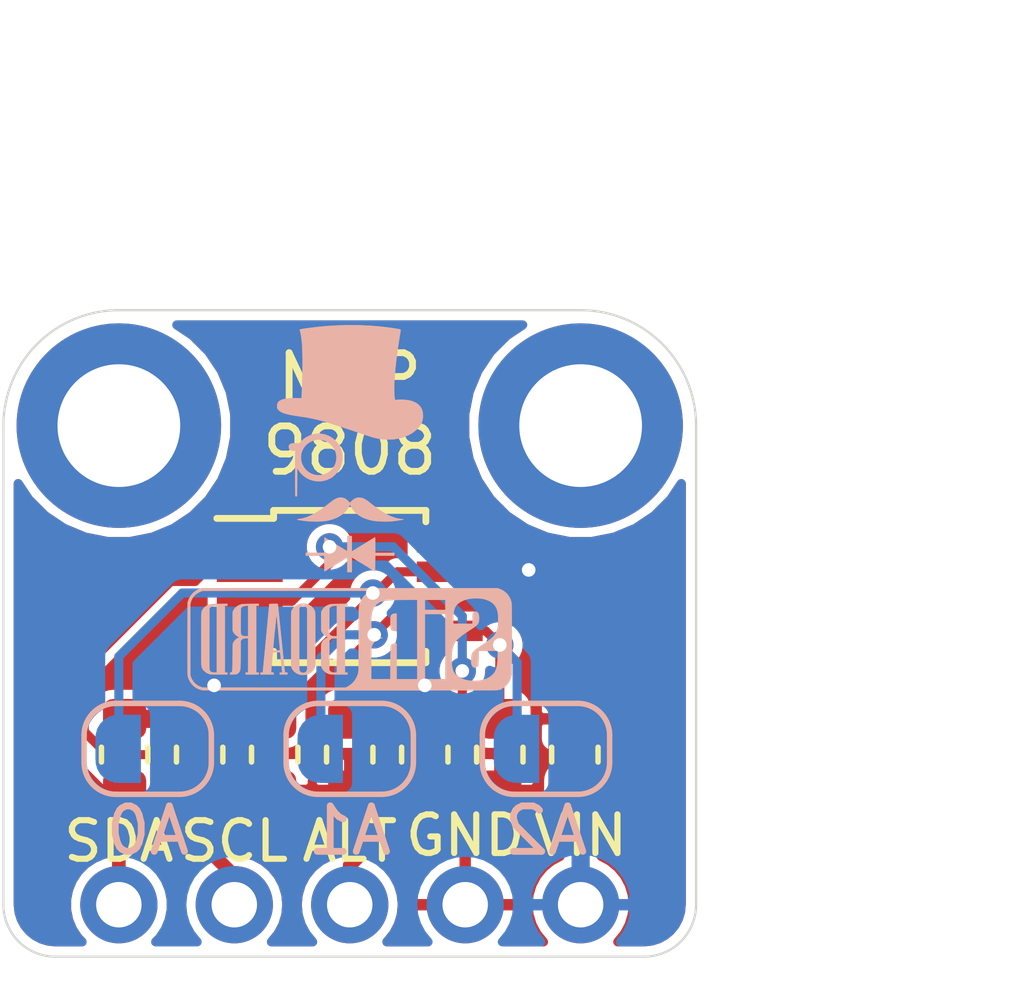
<source format=kicad_pcb>
(kicad_pcb (version 20171130) (host pcbnew "(5.1.2)-2")

  (general
    (thickness 1.6)
    (drawings 18)
    (tracks 73)
    (zones 0)
    (modules 16)
    (nets 9)
  )

  (page User 132.004 102.006)
  (title_block
    (title "MCP9808 Breakout")
    (date 2019-11-30)
    (rev 1)
    (company SirBoard)
    (comment 1 www.SirBoard.com)
    (comment 2 "I2C Temperature Sensor")
    (comment 3 MCP9808)
  )

  (layers
    (0 F.Cu signal)
    (31 B.Cu signal)
    (32 B.Adhes user hide)
    (33 F.Adhes user hide)
    (34 B.Paste user hide)
    (35 F.Paste user hide)
    (36 B.SilkS user)
    (37 F.SilkS user)
    (38 B.Mask user hide)
    (39 F.Mask user hide)
    (40 Dwgs.User user)
    (41 Cmts.User user hide)
    (42 Eco1.User user hide)
    (43 Eco2.User user hide)
    (44 Edge.Cuts user)
    (45 Margin user hide)
    (46 B.CrtYd user hide)
    (47 F.CrtYd user hide)
    (48 B.Fab user hide)
    (49 F.Fab user hide)
  )

  (setup
    (last_trace_width 0.2)
    (user_trace_width 0.2)
    (user_trace_width 0.25)
    (user_trace_width 0.3)
    (user_trace_width 0.4)
    (user_trace_width 0.5)
    (user_trace_width 0.6)
    (user_trace_width 0.7)
    (user_trace_width 0.8)
    (user_trace_width 0.9)
    (user_trace_width 1)
    (trace_clearance 0.127)
    (zone_clearance 0.2)
    (zone_45_only no)
    (trace_min 0.127)
    (via_size 0.6)
    (via_drill 0.3)
    (via_min_size 0.6)
    (via_min_drill 0.3)
    (uvia_size 0.4)
    (uvia_drill 0.2)
    (uvias_allowed no)
    (uvia_min_size 0.4)
    (uvia_min_drill 0.1)
    (edge_width 0.05)
    (segment_width 0.2)
    (pcb_text_width 0.3)
    (pcb_text_size 1.5 1.5)
    (mod_edge_width 0.12)
    (mod_text_size 1 1)
    (mod_text_width 0.15)
    (pad_size 1.7 1.7)
    (pad_drill 1)
    (pad_to_mask_clearance 0)
    (solder_mask_min_width 0.1)
    (aux_axis_origin 0 0)
    (visible_elements 7FFFFFFF)
    (pcbplotparams
      (layerselection 0x010fc_ffffffff)
      (usegerberextensions false)
      (usegerberattributes false)
      (usegerberadvancedattributes false)
      (creategerberjobfile false)
      (excludeedgelayer true)
      (linewidth 0.100000)
      (plotframeref false)
      (viasonmask false)
      (mode 1)
      (useauxorigin false)
      (hpglpennumber 1)
      (hpglpenspeed 20)
      (hpglpendiameter 15.000000)
      (psnegative false)
      (psa4output false)
      (plotreference true)
      (plotvalue true)
      (plotinvisibletext false)
      (padsonsilk false)
      (subtractmaskfromsilk false)
      (outputformat 1)
      (mirror false)
      (drillshape 1)
      (scaleselection 1)
      (outputdirectory ""))
  )

  (net 0 "")
  (net 1 GND)
  (net 2 VIN)
  (net 3 ALERT)
  (net 4 SCL)
  (net 5 SDA)
  (net 6 A0)
  (net 7 A1)
  (net 8 A2)

  (net_class Default "This is the default net class."
    (clearance 0.127)
    (trace_width 0.127)
    (via_dia 0.6)
    (via_drill 0.3)
    (uvia_dia 0.4)
    (uvia_drill 0.2)
    (add_net A0)
    (add_net A1)
    (add_net A2)
    (add_net ALERT)
    (add_net GND)
    (add_net SCL)
    (add_net SDA)
    (add_net VIN)
  )

  (module logo:SirBoard71X22 (layer B.Cu) (tedit 0) (tstamp 5DE1E442)
    (at 65.278 38.862 180)
    (fp_text reference G*** (at 0 0) (layer B.SilkS) hide
      (effects (font (size 1.524 1.524) (thickness 0.3)) (justify mirror))
    )
    (fp_text value LOGO (at 0.75 0) (layer B.SilkS) hide
      (effects (font (size 1.524 1.524) (thickness 0.3)) (justify mirror))
    )
    (fp_poly (pts (xy -0.970812 0.56019) (xy -0.94283 0.550542) (xy -0.921444 0.534536) (xy -0.906752 0.51223)
      (xy -0.902591 0.500966) (xy -0.900427 0.488816) (xy -0.898654 0.469175) (xy -0.897286 0.443783)
      (xy -0.896337 0.414378) (xy -0.895821 0.382698) (xy -0.895751 0.350482) (xy -0.896142 0.319469)
      (xy -0.897007 0.291397) (xy -0.898359 0.268004) (xy -0.900214 0.25103) (xy -0.900589 0.248858)
      (xy -0.908058 0.223866) (xy -0.920423 0.205214) (xy -0.93858 0.19225) (xy -0.963425 0.184323)
      (xy -0.994064 0.180865) (xy -1.029854 0.179131) (xy -1.029854 0.563418) (xy -1.005293 0.563418)
      (xy -0.970812 0.56019)) (layer B.SilkS) (width 0.01))
    (fp_poly (pts (xy 2.871355 0.774578) (xy 2.919107 0.7739) (xy 2.958559 0.773185) (xy 2.990647 0.772388)
      (xy 3.016305 0.771464) (xy 3.036471 0.770369) (xy 3.052079 0.769059) (xy 3.064066 0.767487)
      (xy 3.073367 0.765609) (xy 3.076525 0.764769) (xy 3.122918 0.747565) (xy 3.164389 0.724241)
      (xy 3.200059 0.695557) (xy 3.229052 0.662278) (xy 3.25049 0.625166) (xy 3.257369 0.607623)
      (xy 3.258498 0.603707) (xy 3.259512 0.598673) (xy 3.260416 0.592034) (xy 3.261217 0.583305)
      (xy 3.261922 0.571998) (xy 3.262536 0.557628) (xy 3.263065 0.539709) (xy 3.263516 0.517753)
      (xy 3.263894 0.491275) (xy 3.264206 0.459788) (xy 3.264458 0.422805) (xy 3.264656 0.379842)
      (xy 3.264806 0.33041) (xy 3.264915 0.274024) (xy 3.264988 0.210198) (xy 3.265031 0.138444)
      (xy 3.265051 0.058277) (xy 3.265055 -0.002408) (xy 3.265051 -0.088186) (xy 3.265036 -0.16522)
      (xy 3.265001 -0.234007) (xy 3.264941 -0.29504) (xy 3.264846 -0.348814) (xy 3.264711 -0.395821)
      (xy 3.264529 -0.436557) (xy 3.264291 -0.471516) (xy 3.26399 -0.501192) (xy 3.26362 -0.526079)
      (xy 3.263173 -0.546671) (xy 3.262643 -0.563462) (xy 3.26202 -0.576947) (xy 3.2613 -0.58762)
      (xy 3.260474 -0.595974) (xy 3.259534 -0.602505) (xy 3.258475 -0.607705) (xy 3.257288 -0.61207)
      (xy 3.256094 -0.615726) (xy 3.238828 -0.65227) (xy 3.213703 -0.686036) (xy 3.181931 -0.715989)
      (xy 3.144722 -0.741098) (xy 3.103286 -0.76033) (xy 3.076762 -0.768654) (xy 3.067908 -0.770567)
      (xy 3.056931 -0.772123) (xy 3.042876 -0.773356) (xy 3.024787 -0.774299) (xy 3.00171 -0.774986)
      (xy 2.972689 -0.77545) (xy 2.936769 -0.775725) (xy 2.892994 -0.775843) (xy 2.870688 -0.775854)
      (xy 2.6924 -0.775854) (xy 2.6924 -0.735044) (xy 2.923309 -0.735044) (xy 2.980624 -0.733513)
      (xy 3.004636 -0.732783) (xy 3.021402 -0.731828) (xy 3.032914 -0.730236) (xy 3.041161 -0.727592)
      (xy 3.048133 -0.723483) (xy 3.055184 -0.718011) (xy 3.067883 -0.705714) (xy 3.078656 -0.691965)
      (xy 3.081038 -0.687993) (xy 3.082215 -0.685548) (xy 3.083279 -0.68252) (xy 3.084233 -0.678455)
      (xy 3.085083 -0.672903) (xy 3.085834 -0.665413) (xy 3.08649 -0.655532) (xy 3.087057 -0.642809)
      (xy 3.087539 -0.626794) (xy 3.087941 -0.607034) (xy 3.088269 -0.583077) (xy 3.088526 -0.554473)
      (xy 3.088717 -0.52077) (xy 3.088848 -0.481517) (xy 3.088924 -0.436261) (xy 3.088948 -0.384552)
      (xy 3.088927 -0.325937) (xy 3.088865 -0.259966) (xy 3.088766 -0.186188) (xy 3.088636 -0.104149)
      (xy 3.088479 -0.0134) (xy 3.088452 0.002309) (xy 3.087255 0.676564) (xy 3.074184 0.69365)
      (xy 3.059072 0.709439) (xy 3.040569 0.720746) (xy 3.017066 0.728191) (xy 2.986953 0.732392)
      (xy 2.971013 0.73338) (xy 2.923309 0.735502) (xy 2.923309 -0.735044) (xy 2.6924 -0.735044)
      (xy 2.6924 -0.734291) (xy 2.747818 -0.734291) (xy 2.747818 0.734291) (xy 2.6924 0.734291)
      (xy 2.6924 0.77689) (xy 2.871355 0.774578)) (layer B.SilkS) (width 0.01))
    (fp_poly (pts (xy 2.183246 0.774578) (xy 2.230998 0.7739) (xy 2.27045 0.773185) (xy 2.302538 0.772388)
      (xy 2.328196 0.771464) (xy 2.348362 0.770369) (xy 2.36397 0.769059) (xy 2.375957 0.767487)
      (xy 2.385258 0.765609) (xy 2.388416 0.764769) (xy 2.434877 0.747547) (xy 2.476359 0.724219)
      (xy 2.512003 0.695534) (xy 2.540952 0.662243) (xy 2.562345 0.625094) (xy 2.569532 0.606558)
      (xy 2.571462 0.599919) (xy 2.573036 0.592205) (xy 2.57428 0.582503) (xy 2.575222 0.569902)
      (xy 2.575887 0.553492) (xy 2.576303 0.53236) (xy 2.576496 0.505595) (xy 2.576493 0.472287)
      (xy 2.57632 0.431522) (xy 2.576022 0.384885) (xy 2.574636 0.187037) (xy 2.559658 0.156422)
      (xy 2.541473 0.127516) (xy 2.516652 0.099769) (xy 2.487706 0.075613) (xy 2.457871 0.057823)
      (xy 2.443553 0.050598) (xy 2.433266 0.044596) (xy 2.429168 0.04108) (xy 2.429164 0.041019)
      (xy 2.433031 0.037476) (xy 2.442394 0.03324) (xy 2.442964 0.033038) (xy 2.465276 0.022355)
      (xy 2.489719 0.005931) (xy 2.513623 -0.014087) (xy 2.534319 -0.035549) (xy 2.544268 -0.048491)
      (xy 2.550199 -0.057076) (xy 2.555302 -0.064684) (xy 2.559645 -0.072048) (xy 2.563295 -0.079901)
      (xy 2.56632 -0.088974) (xy 2.568787 -0.100001) (xy 2.570763 -0.113714) (xy 2.572315 -0.130845)
      (xy 2.573511 -0.152128) (xy 2.574418 -0.178295) (xy 2.575103 -0.210079) (xy 2.575635 -0.248211)
      (xy 2.576079 -0.293426) (xy 2.576504 -0.346454) (xy 2.576946 -0.404091) (xy 2.577427 -0.464977)
      (xy 2.57788 -0.517311) (xy 2.578354 -0.561779) (xy 2.578896 -0.599066) (xy 2.579554 -0.629855)
      (xy 2.580376 -0.654833) (xy 2.581411 -0.674683) (xy 2.582705 -0.69009) (xy 2.584307 -0.701739)
      (xy 2.586264 -0.710315) (xy 2.588626 -0.716503) (xy 2.591439 -0.720987) (xy 2.594751 -0.724452)
      (xy 2.598611 -0.727584) (xy 2.599636 -0.728371) (xy 2.609741 -0.732716) (xy 2.619664 -0.734144)
      (xy 2.627426 -0.734936) (xy 2.631142 -0.738736) (xy 2.63229 -0.748032) (xy 2.632364 -0.755505)
      (xy 2.632364 -0.77672) (xy 2.566555 -0.774823) (xy 2.538745 -0.773812) (xy 2.51824 -0.772457)
      (xy 2.503108 -0.770496) (xy 2.491417 -0.76767) (xy 2.481236 -0.763716) (xy 2.479964 -0.763125)
      (xy 2.453535 -0.746474) (xy 2.433093 -0.723986) (xy 2.418283 -0.695065) (xy 2.408752 -0.659116)
      (xy 2.40585 -0.638263) (xy 2.405079 -0.626315) (xy 2.40435 -0.60609) (xy 2.403677 -0.578548)
      (xy 2.403073 -0.544648) (xy 2.40255 -0.505349) (xy 2.402122 -0.461612) (xy 2.401801 -0.414395)
      (xy 2.401602 -0.364659) (xy 2.401537 -0.320713) (xy 2.401455 -0.043372) (xy 2.388124 -0.022351)
      (xy 2.374855 -0.005496) (xy 2.358584 0.006746) (xy 2.337742 0.015041) (xy 2.310759 0.020053)
      (xy 2.282904 0.02218) (xy 2.2352 0.024302) (xy 2.2352 -0.734291) (xy 2.290618 -0.734291)
      (xy 2.290618 -0.775854) (xy 2.004291 -0.775854) (xy 2.004291 -0.734291) (xy 2.059709 -0.734291)
      (xy 2.059709 0.063902) (xy 2.2352 0.063902) (xy 2.292515 0.065433) (xy 2.316526 0.066163)
      (xy 2.333293 0.067117) (xy 2.344805 0.068709) (xy 2.353052 0.071353) (xy 2.360024 0.075462)
      (xy 2.367075 0.080934) (xy 2.374066 0.086483) (xy 2.380048 0.091427) (xy 2.385096 0.096493)
      (xy 2.389286 0.102405) (xy 2.392692 0.10989) (xy 2.39539 0.119675) (xy 2.397456 0.132485)
      (xy 2.398965 0.149046) (xy 2.399991 0.170084) (xy 2.400611 0.196325) (xy 2.4009 0.228495)
      (xy 2.400933 0.267321) (xy 2.400786 0.313527) (xy 2.400534 0.36784) (xy 2.400376 0.401782)
      (xy 2.399146 0.676564) (xy 2.386075 0.69365) (xy 2.370963 0.709439) (xy 2.35246 0.720746)
      (xy 2.328957 0.728191) (xy 2.298844 0.732392) (xy 2.282904 0.73338) (xy 2.2352 0.735502)
      (xy 2.2352 0.063902) (xy 2.059709 0.063902) (xy 2.059709 0.734291) (xy 2.004291 0.734291)
      (xy 2.004291 0.77689) (xy 2.183246 0.774578)) (layer B.SilkS) (width 0.01))
    (fp_poly (pts (xy 1.640508 0.776313) (xy 1.665016 0.776058) (xy 1.690268 0.775599) (xy 1.714579 0.774967)
      (xy 1.736267 0.774192) (xy 1.753645 0.773304) (xy 1.76503 0.772334) (xy 1.768764 0.771388)
      (xy 1.769193 0.76607) (xy 1.770444 0.752153) (xy 1.77246 0.730232) (xy 1.775184 0.700904)
      (xy 1.778559 0.664763) (xy 1.78253 0.622406) (xy 1.78704 0.574428) (xy 1.792032 0.521424)
      (xy 1.797449 0.463991) (xy 1.803235 0.402723) (xy 1.809334 0.338216) (xy 1.815689 0.271066)
      (xy 1.822243 0.201869) (xy 1.828941 0.13122) (xy 1.835724 0.059714) (xy 1.842538 -0.012053)
      (xy 1.849324 -0.083485) (xy 1.856028 -0.153986) (xy 1.862591 -0.222962) (xy 1.868958 -0.289816)
      (xy 1.875073 -0.353953) (xy 1.880878 -0.414778) (xy 1.886317 -0.471694) (xy 1.891334 -0.524106)
      (xy 1.895871 -0.57142) (xy 1.899873 -0.613038) (xy 1.903283 -0.648365) (xy 1.906044 -0.676807)
      (xy 1.908101 -0.697766) (xy 1.909395 -0.710649) (xy 1.909833 -0.714663) (xy 1.912493 -0.734291)
      (xy 1.962727 -0.734291) (xy 1.962727 -0.775854) (xy 1.6764 -0.775854) (xy 1.6764 -0.734291)
      (xy 1.704109 -0.734291) (xy 1.719448 -0.734099) (xy 1.727726 -0.73282) (xy 1.731123 -0.729399)
      (xy 1.731813 -0.722781) (xy 1.731818 -0.720858) (xy 1.731405 -0.713527) (xy 1.730225 -0.698013)
      (xy 1.728363 -0.67533) (xy 1.725908 -0.646491) (xy 1.722947 -0.612511) (xy 1.719565 -0.574403)
      (xy 1.715851 -0.533181) (xy 1.713346 -0.505691) (xy 1.709474 -0.463219) (xy 1.705879 -0.42339)
      (xy 1.702644 -0.387188) (xy 1.699858 -0.355597) (xy 1.697607 -0.329602) (xy 1.695976 -0.310187)
      (xy 1.695053 -0.298337) (xy 1.694873 -0.295142) (xy 1.694391 -0.292005) (xy 1.692111 -0.289715)
      (xy 1.686782 -0.28814) (xy 1.677155 -0.287146) (xy 1.661978 -0.286601) (xy 1.640002 -0.286372)
      (xy 1.611746 -0.286327) (xy 1.585191 -0.286477) (xy 1.562146 -0.286895) (xy 1.544068 -0.287531)
      (xy 1.532414 -0.288333) (xy 1.528618 -0.289186) (xy 1.528177 -0.294228) (xy 1.526913 -0.307535)
      (xy 1.524916 -0.328178) (xy 1.522279 -0.355231) (xy 1.519091 -0.387766) (xy 1.515442 -0.424856)
      (xy 1.511424 -0.465573) (xy 1.507836 -0.501833) (xy 1.50356 -0.545247) (xy 1.49958 -0.586119)
      (xy 1.495989 -0.623472) (xy 1.492877 -0.656329) (xy 1.490338 -0.683712) (xy 1.488463 -0.704645)
      (xy 1.487344 -0.718149) (xy 1.487055 -0.722957) (xy 1.487743 -0.72945) (xy 1.491312 -0.732832)
      (xy 1.50002 -0.734108) (xy 1.512455 -0.734291) (xy 1.537855 -0.734291) (xy 1.537855 -0.775854)
      (xy 1.3716 -0.775854) (xy 1.3716 -0.734731) (xy 1.400295 -0.733356) (xy 1.428989 -0.731982)
      (xy 1.47924 -0.2413) (xy 1.533107 -0.2413) (xy 1.533853 -0.244247) (xy 1.536829 -0.24638)
      (xy 1.543305 -0.247829) (xy 1.554553 -0.248723) (xy 1.57184 -0.249192) (xy 1.59644 -0.249365)
      (xy 1.612381 -0.249382) (xy 1.691526 -0.249382) (xy 1.688846 -0.225136) (xy 1.687878 -0.215404)
      (xy 1.686215 -0.197567) (xy 1.683953 -0.17272) (xy 1.681192 -0.14196) (xy 1.678029 -0.106384)
      (xy 1.674563 -0.067088) (xy 1.670892 -0.025169) (xy 1.668901 -0.002309) (xy 1.6652 0.039546)
      (xy 1.661634 0.078506) (xy 1.658301 0.113617) (xy 1.655296 0.143927) (xy 1.652714 0.168483)
      (xy 1.650653 0.186334) (xy 1.649207 0.196526) (xy 1.648661 0.198582) (xy 1.647622 0.203541)
      (xy 1.645921 0.216707) (xy 1.64366 0.23708) (xy 1.64094 0.263662) (xy 1.637861 0.295454)
      (xy 1.634526 0.331459) (xy 1.631036 0.370677) (xy 1.63004 0.382155) (xy 1.626537 0.421985)
      (xy 1.623177 0.458788) (xy 1.620059 0.491582) (xy 1.61728 0.519385) (xy 1.614941 0.541216)
      (xy 1.61314 0.556091) (xy 1.611977 0.563031) (xy 1.611771 0.563418) (xy 1.611041 0.558955)
      (xy 1.609518 0.546098) (xy 1.607279 0.525651) (xy 1.604405 0.498416) (xy 1.600972 0.465195)
      (xy 1.59706 0.42679) (xy 1.592747 0.384005) (xy 1.588111 0.337641) (xy 1.583231 0.2885)
      (xy 1.578185 0.237386) (xy 1.573052 0.185099) (xy 1.567909 0.132444) (xy 1.562837 0.080221)
      (xy 1.557912 0.029234) (xy 1.553214 -0.019716) (xy 1.54882 -0.065825) (xy 1.54481 -0.108292)
      (xy 1.541261 -0.146315) (xy 1.538252 -0.17909) (xy 1.535862 -0.205816) (xy 1.534169 -0.225691)
      (xy 1.533252 -0.237911) (xy 1.533107 -0.2413) (xy 1.47924 -0.2413) (xy 1.50608 0.020782)
      (xy 1.514524 0.103214) (xy 1.522714 0.183137) (xy 1.530602 0.260067) (xy 1.538137 0.333525)
      (xy 1.54527 0.403029) (xy 1.551952 0.468096) (xy 1.558132 0.528246) (xy 1.563763 0.582997)
      (xy 1.568793 0.631868) (xy 1.573174 0.674377) (xy 1.576855 0.710042) (xy 1.579788 0.738382)
      (xy 1.581924 0.758916) (xy 1.583211 0.771163) (xy 1.583604 0.7747) (xy 1.588292 0.775559)
      (xy 1.600462 0.776094) (xy 1.618429 0.776336) (xy 1.640508 0.776313)) (layer B.SilkS) (width 0.01))
    (fp_poly (pts (xy 0.229755 0.774578) (xy 0.276086 0.773958) (xy 0.314208 0.773337) (xy 0.345145 0.772658)
      (xy 0.369924 0.771868) (xy 0.38957 0.770911) (xy 0.405109 0.769731) (xy 0.417568 0.768274)
      (xy 0.427972 0.766484) (xy 0.437348 0.764306) (xy 0.441503 0.763185) (xy 0.487424 0.746251)
      (xy 0.5287 0.722707) (xy 0.564276 0.693369) (xy 0.593098 0.659054) (xy 0.607651 0.634583)
      (xy 0.625764 0.598891) (xy 0.625764 0.187037) (xy 0.610785 0.156422) (xy 0.5926 0.127516)
      (xy 0.567779 0.099769) (xy 0.538833 0.075613) (xy 0.508998 0.057823) (xy 0.4947 0.0507)
      (xy 0.48443 0.044948) (xy 0.480335 0.041775) (xy 0.48033 0.041722) (xy 0.484126 0.038542)
      (xy 0.494125 0.03239) (xy 0.508304 0.024499) (xy 0.51095 0.023091) (xy 0.545737 0.000626)
      (xy 0.576188 -0.027103) (xy 0.600403 -0.058194) (xy 0.610765 -0.076857) (xy 0.625764 -0.108527)
      (xy 0.627078 -0.348155) (xy 0.627348 -0.402164) (xy 0.627505 -0.447745) (xy 0.627528 -0.485704)
      (xy 0.627398 -0.516849) (xy 0.627097 -0.541986) (xy 0.626604 -0.561923) (xy 0.625899 -0.577468)
      (xy 0.624965 -0.589426) (xy 0.62378 -0.598606) (xy 0.622326 -0.605814) (xy 0.620736 -0.611392)
      (xy 0.603838 -0.64899) (xy 0.579034 -0.683557) (xy 0.547414 -0.714147) (xy 0.51007 -0.739816)
      (xy 0.468093 -0.759619) (xy 0.438794 -0.76891) (xy 0.43001 -0.770757) (xy 0.418703 -0.772263)
      (xy 0.40395 -0.773458) (xy 0.384832 -0.774373) (xy 0.360428 -0.775039) (xy 0.329817 -0.775486)
      (xy 0.292078 -0.775746) (xy 0.246291 -0.775849) (xy 0.231397 -0.775854) (xy 0.0508 -0.775854)
      (xy 0.0508 -0.734291) (xy 0.106218 -0.734291) (xy 0.281709 -0.734291) (xy 0.33336 -0.734291)
      (xy 0.357992 -0.733986) (xy 0.375738 -0.732867) (xy 0.388933 -0.730622) (xy 0.399916 -0.726939)
      (xy 0.404571 -0.724822) (xy 0.420113 -0.714797) (xy 0.43436 -0.701689) (xy 0.437202 -0.698267)
      (xy 0.450273 -0.681182) (xy 0.450273 -0.03858) (xy 0.437877 -0.019849) (xy 0.424586 -0.003913)
      (xy 0.407931 0.007702) (xy 0.38642 0.015585) (xy 0.358562 0.020328) (xy 0.331612 0.022222)
      (xy 0.281709 0.024278) (xy 0.281709 -0.734291) (xy 0.106218 -0.734291) (xy 0.106218 0.064655)
      (xy 0.281709 0.064655) (xy 0.33336 0.064655) (xy 0.357992 0.064959) (xy 0.375738 0.066078)
      (xy 0.388933 0.068324) (xy 0.399916 0.072006) (xy 0.404571 0.074124) (xy 0.420113 0.084148)
      (xy 0.43436 0.097257) (xy 0.437202 0.100678) (xy 0.450273 0.117764) (xy 0.450273 0.67262)
      (xy 0.437877 0.691351) (xy 0.424586 0.707287) (xy 0.407931 0.718902) (xy 0.38642 0.726785)
      (xy 0.358562 0.731528) (xy 0.331612 0.733422) (xy 0.281709 0.735478) (xy 0.281709 0.064655)
      (xy 0.106218 0.064655) (xy 0.106218 0.734291) (xy 0.0508 0.734291) (xy 0.0508 0.776825)
      (xy 0.229755 0.774578)) (layer B.SilkS) (width 0.01))
    (fp_poly (pts (xy 1.053023 0.779784) (xy 1.087657 0.775572) (xy 1.104691 0.771626) (xy 1.148555 0.755198)
      (xy 1.188412 0.732585) (xy 1.223129 0.704767) (xy 1.251575 0.672722) (xy 1.272619 0.63743)
      (xy 1.279512 0.620345) (xy 1.280811 0.616341) (xy 1.281978 0.611953) (xy 1.28302 0.606688)
      (xy 1.283944 0.600058) (xy 1.284758 0.591572) (xy 1.285468 0.580742) (xy 1.286082 0.567075)
      (xy 1.286605 0.550084) (xy 1.287047 0.529277) (xy 1.287413 0.504165) (xy 1.28771 0.474258)
      (xy 1.287946 0.439065) (xy 1.288128 0.398098) (xy 1.288262 0.350866) (xy 1.288357 0.296879)
      (xy 1.288418 0.235648) (xy 1.288453 0.166681) (xy 1.288469 0.08949) (xy 1.288473 0.003584)
      (xy 1.288473 -0.002309) (xy 1.288469 -0.088797) (xy 1.288454 -0.16654) (xy 1.288421 -0.236026)
      (xy 1.288362 -0.297745) (xy 1.28827 -0.352187) (xy 1.288138 -0.399843) (xy 1.287959 -0.441203)
      (xy 1.287727 -0.476755) (xy 1.287434 -0.506991) (xy 1.287073 -0.532399) (xy 1.286637 -0.553471)
      (xy 1.286118 -0.570695) (xy 1.285511 -0.584563) (xy 1.284807 -0.595563) (xy 1.284001 -0.604186)
      (xy 1.283084 -0.610922) (xy 1.282049 -0.61626) (xy 1.280891 -0.620691) (xy 1.279601 -0.624704)
      (xy 1.279512 -0.624962) (xy 1.262246 -0.661507) (xy 1.237122 -0.695272) (xy 1.205349 -0.725225)
      (xy 1.16814 -0.750334) (xy 1.126705 -0.769566) (xy 1.100181 -0.77789) (xy 1.075239 -0.782292)
      (xy 1.044961 -0.784535) (xy 1.01257 -0.784654) (xy 0.981288 -0.782685) (xy 0.954339 -0.778663)
      (xy 0.944418 -0.776174) (xy 0.899524 -0.759407) (xy 0.860951 -0.737352) (xy 0.82675 -0.708825)
      (xy 0.817271 -0.699067) (xy 0.796886 -0.674976) (xy 0.782132 -0.651715) (xy 0.770671 -0.62545)
      (xy 0.768341 -0.618836) (xy 0.767081 -0.614838) (xy 0.765949 -0.61031) (xy 0.764939 -0.604761)
      (xy 0.764043 -0.597698) (xy 0.763256 -0.588631) (xy 0.762569 -0.577068) (xy 0.761976 -0.562516)
      (xy 0.761471 -0.544486) (xy 0.761046 -0.522485) (xy 0.760694 -0.496022) (xy 0.760408 -0.464606)
      (xy 0.760183 -0.427744) (xy 0.76001 -0.384946) (xy 0.759882 -0.335719) (xy 0.759794 -0.279573)
      (xy 0.759737 -0.216016) (xy 0.759724 -0.185978) (xy 0.933714 -0.185978) (xy 0.93372 -0.272731)
      (xy 0.933808 -0.351229) (xy 0.933978 -0.421364) (xy 0.934228 -0.483025) (xy 0.934559 -0.536103)
      (xy 0.934969 -0.58049) (xy 0.935459 -0.616076) (xy 0.936027 -0.642751) (xy 0.936673 -0.660406)
      (xy 0.937382 -0.66885) (xy 0.942237 -0.686345) (xy 0.949362 -0.702579) (xy 0.953409 -0.708979)
      (xy 0.972711 -0.727138) (xy 0.99651 -0.738553) (xy 1.022674 -0.742912) (xy 1.049068 -0.739901)
      (xy 1.073562 -0.729209) (xy 1.076737 -0.727067) (xy 1.090128 -0.715498) (xy 1.101377 -0.702297)
      (xy 1.104422 -0.697417) (xy 1.105591 -0.694948) (xy 1.106649 -0.691852) (xy 1.107601 -0.687678)
      (xy 1.108453 -0.681976) (xy 1.109209 -0.674296) (xy 1.109877 -0.664187) (xy 1.110461 -0.651197)
      (xy 1.110967 -0.634878) (xy 1.111401 -0.614777) (xy 1.111768 -0.590444) (xy 1.112073 -0.561429)
      (xy 1.112323 -0.527281) (xy 1.112522 -0.48755) (xy 1.112677 -0.441784) (xy 1.112793 -0.389534)
      (xy 1.112875 -0.330348) (xy 1.11293 -0.263776) (xy 1.112962 -0.189367) (xy 1.112978 -0.106671)
      (xy 1.112982 -0.015238) (xy 1.112982 0.671339) (xy 1.103186 0.691574) (xy 1.088335 0.713528)
      (xy 1.06839 0.728062) (xy 1.042852 0.735462) (xy 1.025236 0.7366) (xy 0.996608 0.73339)
      (xy 0.973849 0.723385) (xy 0.95601 0.706019) (xy 0.946132 0.689569) (xy 0.935182 0.667328)
      (xy 0.93395 0.011855) (xy 0.93379 -0.09108) (xy 0.933714 -0.185978) (xy 0.759724 -0.185978)
      (xy 0.759706 -0.144556) (xy 0.759693 -0.064702) (xy 0.759691 -0.002309) (xy 0.759695 0.083804)
      (xy 0.759712 0.161173) (xy 0.759748 0.230288) (xy 0.759811 0.291642) (xy 0.759907 0.345726)
      (xy 0.760045 0.393033) (xy 0.760229 0.434053) (xy 0.760469 0.469278) (xy 0.76077 0.499201)
      (xy 0.76114 0.524312) (xy 0.761585 0.545104) (xy 0.762113 0.562067) (xy 0.76273 0.575695)
      (xy 0.763444 0.586478) (xy 0.764261 0.594908) (xy 0.765189 0.601477) (xy 0.766235 0.606676)
      (xy 0.767405 0.610998) (xy 0.768458 0.614218) (xy 0.786948 0.653953) (xy 0.813225 0.689848)
      (xy 0.846342 0.721067) (xy 0.885352 0.746774) (xy 0.929307 0.766134) (xy 0.94676 0.771556)
      (xy 0.978923 0.777774) (xy 1.015561 0.780518) (xy 1.053023 0.779784)) (layer B.SilkS) (width 0.01))
    (fp_poly (pts (xy 3.295073 1.107298) (xy 3.35189 1.083205) (xy 3.403373 1.051746) (xy 3.449074 1.013394)
      (xy 3.488546 0.968622) (xy 3.52134 0.917903) (xy 3.54701 0.861708) (xy 3.557429 0.830358)
      (xy 3.567297 0.796637) (xy 3.568703 0.018473) (xy 3.568883 -0.095273) (xy 3.568996 -0.199915)
      (xy 3.56904 -0.295584) (xy 3.569015 -0.382412) (xy 3.568921 -0.46053) (xy 3.568757 -0.530071)
      (xy 3.568523 -0.591165) (xy 3.568217 -0.643945) (xy 3.56784 -0.688542) (xy 3.567391 -0.725088)
      (xy 3.566868 -0.753714) (xy 3.566272 -0.774553) (xy 3.565603 -0.787735) (xy 3.565166 -0.792018)
      (xy 3.55178 -0.849374) (xy 3.529752 -0.903907) (xy 3.49943 -0.954922) (xy 3.46116 -1.001724)
      (xy 3.459952 -1.002994) (xy 3.415833 -1.043517) (xy 3.368702 -1.07557) (xy 3.317599 -1.099687)
      (xy 3.261568 -1.116404) (xy 3.253808 -1.118075) (xy 3.250943 -1.11863) (xy 3.247716 -1.119162)
      (xy 3.243922 -1.119669) (xy 3.239356 -1.120153) (xy 3.233813 -1.120614) (xy 3.227089 -1.121053)
      (xy 3.218979 -1.12147) (xy 3.209278 -1.121866) (xy 3.197781 -1.122242) (xy 3.184284 -1.122597)
      (xy 3.168582 -1.122932) (xy 3.15047 -1.123248) (xy 3.129743 -1.123545) (xy 3.106197 -1.123825)
      (xy 3.079627 -1.124087) (xy 3.049827 -1.124331) (xy 3.016594 -1.12456) (xy 2.979722 -1.124772)
      (xy 2.939008 -1.124968) (xy 2.894245 -1.12515) (xy 2.845229 -1.125317) (xy 2.791756 -1.12547)
      (xy 2.73362 -1.12561) (xy 2.670618 -1.125737) (xy 2.602543 -1.125851) (xy 2.529192 -1.125954)
      (xy 2.45036 -1.126045) (xy 2.365841 -1.126126) (xy 2.275432 -1.126196) (xy 2.178927 -1.126256)
      (xy 2.076121 -1.126308) (xy 1.96681 -1.12635) (xy 1.85079 -1.126384) (xy 1.727854 -1.126411)
      (xy 1.597799 -1.12643) (xy 1.46042 -1.126443) (xy 1.315512 -1.12645) (xy 1.16287 -1.126451)
      (xy 1.00229 -1.126447) (xy 0.833566 -1.126438) (xy 0.656494 -1.126426) (xy 0.47087 -1.126409)
      (xy 0.276488 -1.12639) (xy 0.073143 -1.126369) (xy 0.002309 -1.126361) (xy -0.207457 -1.126336)
      (xy -0.40818 -1.126307) (xy -0.600054 -1.126275) (xy -0.783271 -1.126239) (xy -0.958026 -1.126198)
      (xy -1.124512 -1.126152) (xy -1.282922 -1.126101) (xy -1.43345 -1.126045) (xy -1.576289 -1.125982)
      (xy -1.711632 -1.125912) (xy -1.839673 -1.125835) (xy -1.960606 -1.125752) (xy -2.074624 -1.12566)
      (xy -2.18192 -1.12556) (xy -2.282687 -1.125451) (xy -2.37712 -1.125334) (xy -2.465412 -1.125207)
      (xy -2.547755 -1.12507) (xy -2.624344 -1.124923) (xy -2.695372 -1.124765) (xy -2.761032 -1.124597)
      (xy -2.821518 -1.124417) (xy -2.877023 -1.124224) (xy -2.927741 -1.12402) (xy -2.973864 -1.123803)
      (xy -3.015588 -1.123573) (xy -3.053104 -1.123329) (xy -3.086607 -1.123072) (xy -3.116289 -1.1228)
      (xy -3.142345 -1.122513) (xy -3.164967 -1.122211) (xy -3.18435 -1.121894) (xy -3.200686 -1.121561)
      (xy -3.214169 -1.121211) (xy -3.224992 -1.120845) (xy -3.23335 -1.120461) (xy -3.239434 -1.12006)
      (xy -3.24344 -1.119641) (xy -3.244273 -1.11951) (xy -3.263134 -1.115858) (xy -3.279579 -1.112078)
      (xy -3.290558 -1.108884) (xy -3.291826 -1.108379) (xy -3.301733 -1.104676) (xy -3.306366 -1.104129)
      (xy -3.304228 -1.106803) (xy -3.302553 -1.107924) (xy -3.300886 -1.110654) (xy -3.307984 -1.111341)
      (xy -3.310316 -1.11125) (xy -3.321498 -1.109647) (xy -3.328096 -1.106898) (xy -3.327877 -1.105144)
      (xy -3.324263 -1.106125) (xy -3.316569 -1.106498) (xy -3.314138 -1.104705) (xy -3.316342 -1.100544)
      (xy -3.324941 -1.094853) (xy -3.330989 -1.091943) (xy -3.380691 -1.06541) (xy -3.426106 -1.03125)
      (xy -3.466476 -0.99037) (xy -3.501043 -0.94368) (xy -3.529047 -0.892087) (xy -3.549732 -0.836499)
      (xy -3.552483 -0.826654) (xy -3.562927 -0.7874) (xy -3.562927 -0.002309) (xy -3.562923 0.097852)
      (xy -3.562907 0.189202) (xy -3.562876 0.272167) (xy -3.562825 0.347174) (xy -3.56276 0.406539)
      (xy -3.26868 0.406539) (xy -3.268249 0.387215) (xy -3.266175 0.336766) (xy -3.262667 0.293719)
      (xy -3.257363 0.256301) (xy -3.2499 0.222741) (xy -3.239916 0.191265) (xy -3.227049 0.160103)
      (xy -3.217889 0.141007) (xy -3.206923 0.120115) (xy -3.195596 0.101011) (xy -3.18319 0.083046)
      (xy -3.168989 0.065571) (xy -3.152274 0.047937) (xy -3.132331 0.029497) (xy -3.10844 0.009601)
      (xy -3.079886 -0.012399) (xy -3.045951 -0.037152) (xy -3.005919 -0.065306) (xy -2.959072 -0.097509)
      (xy -2.939473 -0.110849) (xy -2.888569 -0.14551) (xy -2.844784 -0.175723) (xy -2.80757 -0.20219)
      (xy -2.77638 -0.225615) (xy -2.750666 -0.246702) (xy -2.729881 -0.266154) (xy -2.713477 -0.284674)
      (xy -2.700906 -0.302966) (xy -2.691622 -0.321732) (xy -2.685077 -0.341676) (xy -2.680723 -0.363501)
      (xy -2.678013 -0.387912) (xy -2.676399 -0.41561) (xy -2.675334 -0.447299) (xy -2.675249 -0.450272)
      (xy -2.674475 -0.480555) (xy -2.674195 -0.503343) (xy -2.674526 -0.520371) (xy -2.675585 -0.533371)
      (xy -2.677488 -0.544077) (xy -2.680352 -0.554225) (xy -2.682689 -0.561077) (xy -2.691277 -0.580213)
      (xy -2.702073 -0.597339) (xy -2.707905 -0.604169) (xy -2.718591 -0.613457) (xy -2.729474 -0.618618)
      (xy -2.744461 -0.621269) (xy -2.750578 -0.621837) (xy -2.777336 -0.620892) (xy -2.79824 -0.612981)
      (xy -2.813738 -0.597891) (xy -2.81873 -0.589388) (xy -2.823586 -0.574227) (xy -2.827609 -0.549893)
      (xy -2.830797 -0.516412) (xy -2.833149 -0.47381) (xy -2.834663 -0.422112) (xy -2.835336 -0.361345)
      (xy -2.835364 -0.352136) (xy -2.835564 -0.254) (xy -3.260436 -0.254) (xy -3.260334 -0.294409)
      (xy -3.259898 -0.326221) (xy -3.258813 -0.36227) (xy -3.257187 -0.400689) (xy -3.255132 -0.439611)
      (xy -3.252757 -0.477168) (xy -3.250174 -0.511495) (xy -3.247491 -0.540723) (xy -3.24482 -0.562987)
      (xy -3.244255 -0.5667) (xy -3.234441 -0.617469) (xy -3.222183 -0.660754) (xy -3.206768 -0.698145)
      (xy -3.187482 -0.731231) (xy -3.16361 -0.761602) (xy -3.150483 -0.775511) (xy -3.107347 -0.813726)
      (xy -3.059774 -0.84568) (xy -3.006879 -0.871805) (xy -2.947774 -0.892532) (xy -2.881571 -0.908293)
      (xy -2.874818 -0.909559) (xy -2.845442 -0.913607) (xy -2.809513 -0.916478) (xy -2.769643 -0.91814)
      (xy -2.728444 -0.918563) (xy -2.688527 -0.917716) (xy -2.652505 -0.915569) (xy -2.625436 -0.912479)
      (xy -2.556969 -0.898884) (xy -2.49497 -0.879871) (xy -2.438065 -0.8549) (xy -2.384879 -0.823432)
      (xy -2.367714 -0.811388) (xy -2.338104 -0.787055) (xy -2.31297 -0.760141) (xy -2.292047 -0.729854)
      (xy -2.275067 -0.6954) (xy -2.261763 -0.655987) (xy -2.25187 -0.610821) (xy -2.24512 -0.559111)
      (xy -2.241246 -0.500063) (xy -2.239981 -0.432884) (xy -2.239981 -0.4318) (xy -2.241732 -0.355489)
      (xy -2.247139 -0.287075) (xy -2.256386 -0.225897) (xy -2.269658 -0.171293) (xy -2.287139 -0.1226)
      (xy -2.309015 -0.079157) (xy -2.335469 -0.040301) (xy -2.355827 -0.016526) (xy -2.385308 0.012881)
      (xy -2.420492 0.043971) (xy -2.461875 0.077115) (xy -2.509948 0.112683) (xy -2.565206 0.151048)
      (xy -2.628141 0.192579) (xy -2.666444 0.217055) (xy -2.707424 0.243417) (xy -2.74108 0.266216)
      (xy -2.768226 0.286256) (xy -2.789675 0.304344) (xy -2.80624 0.321283) (xy -2.818737 0.337878)
      (xy -2.827979 0.354935) (xy -2.834779 0.373259) (xy -2.838517 0.387247) (xy -2.842443 0.411138)
      (xy -2.844557 0.43979) (xy -2.844911 0.470469) (xy -2.843555 0.500441) (xy -2.84054 0.526972)
      (xy -2.835916 0.547327) (xy -2.835525 0.548475) (xy -2.824714 0.57286) (xy -2.811546 0.58934)
      (xy -2.794589 0.5992) (xy -2.774099 0.603562) (xy -2.757661 0.604592) (xy -2.746264 0.602969)
      (xy -2.735902 0.59791) (xy -2.731973 0.595315) (xy -2.723816 0.589381) (xy -2.717427 0.583293)
      (xy -2.712571 0.575879) (xy -2.709011 0.565965) (xy -2.706512 0.552376) (xy -2.704836 0.53394)
      (xy -2.703749 0.509483) (xy -2.703013 0.477831) (xy -2.702556 0.449119) (xy -2.700915 0.337128)
      (xy -2.275549 0.337128) (xy -2.278052 0.449118) (xy -2.279943 0.506296) (xy -2.282958 0.554182)
      (xy -2.105891 0.554182) (xy -2.105891 -0.882072) (xy -1.653309 -0.882072) (xy -1.487054 -0.882072)
      (xy -1.029854 -0.882072) (xy -1.029854 -0.095662) (xy -0.993097 -0.098181) (xy -0.963133 -0.101888)
      (xy -0.940674 -0.108865) (xy -0.92432 -0.119921) (xy -0.912672 -0.135869) (xy -0.907473 -0.147814)
      (xy -0.905759 -0.152806) (xy -0.904268 -0.158167) (xy -0.90298 -0.164549) (xy -0.901878 -0.172606)
      (xy -0.900942 -0.182991) (xy -0.900156 -0.196359) (xy -0.8995 -0.213362) (xy -0.898957 -0.234654)
      (xy -0.898508 -0.260889) (xy -0.898135 -0.29272) (xy -0.89782 -0.3308) (xy -0.897545 -0.375784)
      (xy -0.897292 -0.428325) (xy -0.897042 -0.489075) (xy -0.896893 -0.527627) (xy -0.89555 -0.882072)
      (xy -0.470574 -0.882072) (xy -0.471969 -0.532245) (xy -0.472232 -0.467131) (xy -0.472479 -0.410593)
      (xy -0.47273 -0.36197) (xy -0.473007 -0.3206) (xy -0.473329 -0.285824) (xy -0.473718 -0.25698)
      (xy -0.474193 -0.233408) (xy -0.474776 -0.214446) (xy -0.475487 -0.199435) (xy -0.476347 -0.187712)
      (xy -0.477375 -0.178619) (xy -0.478593 -0.171493) (xy -0.480022 -0.165674) (xy -0.481681 -0.160501)
      (xy -0.483591 -0.155313) (xy -0.483701 -0.155022) (xy -0.505604 -0.108784) (xy -0.534161 -0.067759)
      (xy -0.547406 -0.052992) (xy -0.570717 -0.033391) (xy -0.601514 -0.01449) (xy -0.638051 0.002785)
      (xy -0.678582 0.017512) (xy -0.683491 0.019022) (xy -0.718127 0.029473) (xy -0.682697 0.035028)
      (xy -0.636668 0.044515) (xy -0.598157 0.057572) (xy -0.565969 0.074692) (xy -0.542314 0.093155)
      (xy -0.523675 0.113494) (xy -0.508193 0.137645) (xy -0.49568 0.166383) (xy -0.485951 0.200483)
      (xy -0.478816 0.240722) (xy -0.474091 0.287874) (xy -0.471587 0.342716) (xy -0.471054 0.388738)
      (xy -0.472959 0.461299) (xy -0.478806 0.526016) (xy -0.488801 0.583493) (xy -0.503145 0.634331)
      (xy -0.522041 0.679132) (xy -0.545694 0.718499) (xy -0.574305 0.753034) (xy -0.602673 0.779037)
      (xy -0.619157 0.791834) (xy -0.635752 0.803253) (xy -0.653065 0.81338) (xy -0.671701 0.822302)
      (xy -0.692269 0.830102) (xy -0.715375 0.836868) (xy -0.741626 0.842684) (xy -0.771628 0.847637)
      (xy -0.805989 0.851811) (xy -0.845316 0.855292) (xy -0.890216 0.858166) (xy -0.941295 0.860519)
      (xy -0.999161 0.862436) (xy -1.06442 0.864002) (xy -1.137679 0.865304) (xy -1.219545 0.866426)
      (xy -1.222664 0.866464) (xy -1.487054 0.86969) (xy -1.487054 -0.882072) (xy -1.653309 -0.882072)
      (xy -1.653309 0.554182) (xy -2.105891 0.554182) (xy -2.282958 0.554182) (xy -2.283034 0.555379)
      (xy -2.287584 0.597463) (xy -2.293849 0.63364) (xy -2.302087 0.665005) (xy -2.312556 0.692652)
      (xy -2.325514 0.717675) (xy -2.341217 0.741168) (xy -2.34924 0.751523) (xy -2.374215 0.777177)
      (xy -2.406783 0.802319) (xy -2.44531 0.826042) (xy -2.488163 0.847438) (xy -2.533706 0.865598)
      (xy -2.542383 0.868218) (xy -2.105891 0.868218) (xy -2.105891 0.641928) (xy -1.653309 0.641928)
      (xy -1.653309 0.868218) (xy -2.105891 0.868218) (xy -2.542383 0.868218) (xy -2.579254 0.87935)
      (xy -2.632371 0.890048) (xy -2.690814 0.897084) (xy -2.752185 0.900453) (xy -2.814088 0.900149)
      (xy -2.874125 0.896167) (xy -2.929901 0.888499) (xy -2.96765 0.880286) (xy -3.02701 0.861249)
      (xy -3.080563 0.836767) (xy -3.127662 0.807247) (xy -3.167663 0.773096) (xy -3.19992 0.734723)
      (xy -3.201257 0.73279) (xy -3.22128 0.699597) (xy -3.237532 0.663519) (xy -3.250197 0.623605)
      (xy -3.25946 0.578901) (xy -3.265505 0.528457) (xy -3.268517 0.471321) (xy -3.26868 0.406539)
      (xy -3.56276 0.406539) (xy -3.56275 0.414647) (xy -3.562647 0.475013) (xy -3.562511 0.528697)
      (xy -3.562338 0.576126) (xy -3.562125 0.617725) (xy -3.561866 0.653919) (xy -3.561557 0.685136)
      (xy -3.561195 0.7118) (xy -3.560775 0.734337) (xy -3.560292 0.753173) (xy -3.559743 0.768734)
      (xy -3.559123 0.781446) (xy -3.558429 0.791735) (xy -3.557655 0.800026) (xy -3.556797 0.806745)
      (xy -3.555852 0.812318) (xy -3.554815 0.817171) (xy -3.554757 0.817418) (xy -3.53651 0.875307)
      (xy -3.510394 0.928832) (xy -3.476983 0.977378) (xy -3.43685 1.020332) (xy -3.390567 1.057079)
      (xy -3.373827 1.066739) (xy -0.468745 1.066739) (xy -0.438832 1.050069) (xy -0.385971 1.015392)
      (xy -0.338413 0.973511) (xy -0.296791 0.925192) (xy -0.261739 0.871199) (xy -0.233888 0.812298)
      (xy -0.227221 0.794328) (xy -0.223425 0.783523) (xy -0.21998 0.773589) (xy -0.216869 0.764052)
      (xy -0.214074 0.754439) (xy -0.211579 0.744275) (xy -0.209367 0.733087) (xy -0.207421 0.720401)
      (xy -0.205724 0.705743) (xy -0.204258 0.688639) (xy -0.203008 0.668615) (xy -0.201955 0.645198)
      (xy -0.201082 0.617914) (xy -0.200374 0.586288) (xy -0.199813 0.549847) (xy -0.199381 0.508118)
      (xy -0.199062 0.460625) (xy -0.198839 0.406896) (xy -0.198694 0.346457) (xy -0.198612 0.278833)
      (xy -0.198574 0.203551) (xy -0.198564 0.120137) (xy -0.198565 0.028117) (xy -0.198564 -0.004277)
      (xy -0.198561 -0.099082) (xy -0.198546 -0.18512) (xy -0.198507 -0.26286) (xy -0.198429 -0.332771)
      (xy -0.198299 -0.395323) (xy -0.198103 -0.450985) (xy -0.197827 -0.500225) (xy -0.197458 -0.543514)
      (xy -0.196981 -0.581319) (xy -0.196384 -0.614112) (xy -0.195652 -0.64236) (xy -0.194771 -0.666533)
      (xy -0.193728 -0.687101) (xy -0.192509 -0.704532) (xy -0.1911 -0.719295) (xy -0.189488 -0.731861)
      (xy -0.187659 -0.742697) (xy -0.185598 -0.752274) (xy -0.183293 -0.76106) (xy -0.18073 -0.769525)
      (xy -0.177894 -0.778138) (xy -0.1757 -0.784624) (xy -0.150954 -0.84352) (xy -0.11829 -0.898227)
      (xy -0.078361 -0.947994) (xy -0.031821 -0.99207) (xy 0.020677 -1.029705) (xy 0.054111 -1.048548)
      (xy 0.089954 -1.066879) (xy 1.664804 -1.065685) (xy 3.239655 -1.064491) (xy 3.2766 -1.051909)
      (xy 3.32012 -1.034103) (xy 3.358665 -1.011482) (xy 3.395013 -0.982296) (xy 3.410527 -0.967423)
      (xy 3.437922 -0.93776) (xy 3.459162 -0.909062) (xy 3.47631 -0.878073) (xy 3.491425 -0.841539)
      (xy 3.493032 -0.837097) (xy 3.507509 -0.796636) (xy 3.508801 -0.018472) (xy 3.508961 0.082083)
      (xy 3.509089 0.173822) (xy 3.509183 0.257166) (xy 3.509239 0.332535) (xy 3.509255 0.40035)
      (xy 3.509228 0.46103) (xy 3.509154 0.514997) (xy 3.50903 0.562671) (xy 3.508854 0.604472)
      (xy 3.508622 0.640821) (xy 3.508331 0.672138) (xy 3.507979 0.698844) (xy 3.507562 0.721359)
      (xy 3.507077 0.740104) (xy 3.506521 0.755499) (xy 3.505892 0.767965) (xy 3.505186 0.777921)
      (xy 3.504399 0.785789) (xy 3.50353 0.791989) (xy 3.502937 0.795239) (xy 3.487645 0.848757)
      (xy 3.46443 0.897872) (xy 3.433732 0.942102) (xy 3.395993 0.980963) (xy 3.351652 1.013971)
      (xy 3.30115 1.040644) (xy 3.267364 1.053645) (xy 3.235036 1.064491) (xy 1.383146 1.065615)
      (xy -0.468745 1.066739) (xy -3.373827 1.066739) (xy -3.338707 1.087005) (xy -3.282678 1.109232)
      (xy -3.248891 1.119909) (xy 3.258127 1.119909) (xy 3.295073 1.107298)) (layer B.SilkS) (width 0.01))
  )

  (module logo:logo54x76 (layer B.Cu) (tedit 0) (tstamp 5DE1E2FE)
    (at 65.278 34.671 180)
    (fp_text reference G*** (at 0 0) (layer B.SilkS) hide
      (effects (font (size 1.524 1.524) (thickness 0.3)) (justify mirror))
    )
    (fp_text value LOGO (at 0.75 0) (layer B.SilkS) hide
      (effects (font (size 1.524 1.524) (thickness 0.3)) (justify mirror))
    )
    (fp_poly (pts (xy 0.252521 2.711196) (xy 0.49012 2.697494) (xy 0.724736 2.675821) (xy 0.953868 2.646201)
      (xy 0.9906 2.64061) (xy 1.033336 2.634024) (xy 1.06366 2.629087) (xy 1.083446 2.624901)
      (xy 1.09457 2.62057) (xy 1.098909 2.615195) (xy 1.098338 2.607879) (xy 1.094732 2.597724)
      (xy 1.092559 2.591818) (xy 1.080891 2.550355) (xy 1.07017 2.495015) (xy 1.060488 2.42641)
      (xy 1.051939 2.345154) (xy 1.048301 2.302291) (xy 1.044388 2.240273) (xy 1.041355 2.165772)
      (xy 1.039189 2.080789) (xy 1.037874 1.987326) (xy 1.037397 1.887388) (xy 1.037744 1.782975)
      (xy 1.038898 1.676091) (xy 1.040847 1.568737) (xy 1.043575 1.462918) (xy 1.047068 1.360634)
      (xy 1.051312 1.263889) (xy 1.056292 1.174685) (xy 1.056461 1.172029) (xy 1.06061 1.106715)
      (xy 1.191091 1.109122) (xy 1.281168 1.108808) (xy 1.358236 1.104218) (xy 1.423187 1.095243)
      (xy 1.476915 1.081777) (xy 1.505134 1.071056) (xy 1.545209 1.049462) (xy 1.572536 1.024535)
      (xy 1.588862 0.993659) (xy 1.595938 0.954216) (xy 1.596571 0.93421) (xy 1.595794 0.907476)
      (xy 1.59218 0.889356) (xy 1.5838 0.873981) (xy 1.571961 0.859233) (xy 1.547394 0.835186)
      (xy 1.516463 0.813654) (xy 1.478028 0.794276) (xy 1.430953 0.776691) (xy 1.374101 0.760538)
      (xy 1.306334 0.745455) (xy 1.226515 0.731083) (xy 1.133506 0.717059) (xy 1.116822 0.714755)
      (xy 0.972688 0.692936) (xy 0.83663 0.667637) (xy 0.702373 0.637543) (xy 0.563641 0.601342)
      (xy 0.529771 0.591823) (xy 0.505025 0.584431) (xy 0.468062 0.572906) (xy 0.42042 0.557751)
      (xy 0.363634 0.539472) (xy 0.299243 0.518571) (xy 0.228783 0.495553) (xy 0.153791 0.470922)
      (xy 0.075804 0.445182) (xy -0.003641 0.418838) (xy -0.083008 0.392392) (xy -0.160759 0.36635)
      (xy -0.235357 0.341215) (xy -0.266698 0.330603) (xy -0.339736 0.305961) (xy -0.401058 0.285625)
      (xy -0.452624 0.269037) (xy -0.496394 0.255639) (xy -0.534327 0.244872) (xy -0.568382 0.236178)
      (xy -0.600519 0.229) (xy -0.632698 0.222778) (xy -0.664029 0.217419) (xy -0.708712 0.211679)
      (xy -0.761132 0.207407) (xy -0.817021 0.20473) (xy -0.872115 0.203775) (xy -0.922147 0.204672)
      (xy -0.962851 0.207547) (xy -0.968829 0.208281) (xy -1.087596 0.229456) (xy -1.195257 0.259832)
      (xy -1.291998 0.299494) (xy -1.378006 0.348526) (xy -1.453468 0.407013) (xy -1.491018 0.443744)
      (xy -1.539967 0.502682) (xy -1.575408 0.561834) (xy -1.598228 0.623288) (xy -1.609312 0.689129)
      (xy -1.610731 0.725715) (xy -1.604705 0.798077) (xy -1.586651 0.862324) (xy -1.556605 0.918411)
      (xy -1.514604 0.966292) (xy -1.460684 1.005921) (xy -1.394883 1.037253) (xy -1.349777 1.052032)
      (xy -1.298785 1.063261) (xy -1.238559 1.071539) (xy -1.174157 1.076448) (xy -1.110638 1.077567)
      (xy -1.065557 1.075586) (xy -0.995371 1.070162) (xy -0.991204 1.090994) (xy -0.982829 1.148218)
      (xy -0.977783 1.218671) (xy -0.975994 1.301472) (xy -0.977393 1.395741) (xy -0.98191 1.500595)
      (xy -0.989474 1.615154) (xy -1.000014 1.738537) (xy -1.01346 1.869862) (xy -1.029742 2.008248)
      (xy -1.048789 2.152815) (xy -1.070531 2.30268) (xy -1.094897 2.456962) (xy -1.105405 2.519962)
      (xy -1.111996 2.559832) (xy -1.116057 2.587666) (xy -1.117707 2.605699) (xy -1.117064 2.616166)
      (xy -1.114247 2.621302) (xy -1.110872 2.622973) (xy -1.096781 2.626079) (xy -1.071008 2.630839)
      (xy -1.036229 2.636807) (xy -0.995125 2.643538) (xy -0.950373 2.650585) (xy -0.904652 2.657505)
      (xy -0.892629 2.659272) (xy -0.677652 2.685797) (xy -0.453146 2.704228) (xy -0.221614 2.714587)
      (xy 0.014443 2.716902) (xy 0.252521 2.711196)) (layer B.SilkS) (width 0.01))
    (fp_poly (pts (xy 0.726979 0.32675) (xy 0.779977 0.320861) (xy 0.800601 0.316685) (xy 0.872557 0.293181)
      (xy 0.942915 0.258598) (xy 1.007844 0.215229) (xy 1.063515 0.165367) (xy 1.07563 0.152049)
      (xy 1.106714 0.116279) (xy 1.199128 0.116197) (xy 1.237259 0.116062) (xy 1.263833 0.115376)
      (xy 1.281809 0.113598) (xy 1.294144 0.110185) (xy 1.303797 0.104597) (xy 1.313726 0.096292)
      (xy 1.315242 0.094939) (xy 1.329955 0.079776) (xy 1.336931 0.064712) (xy 1.338907 0.043132)
      (xy 1.338943 0.037643) (xy 1.334444 0.005765) (xy 1.320318 -0.01762) (xy 1.295618 -0.033167)
      (xy 1.259397 -0.041535) (xy 1.222077 -0.043502) (xy 1.18504 -0.043543) (xy 1.193701 -0.078014)
      (xy 1.195566 -0.089635) (xy 1.197102 -0.10886) (xy 1.198317 -0.136501) (xy 1.199219 -0.173369)
      (xy 1.199818 -0.220275) (xy 1.200121 -0.278031) (xy 1.200138 -0.347448) (xy 1.199877 -0.429338)
      (xy 1.199346 -0.524513) (xy 1.198972 -0.578757) (xy 1.195581 -1.045028) (xy 1.161297 -1.045028)
      (xy 1.159405 -0.731157) (xy 1.157514 -0.417285) (xy 1.134608 -0.4572) (xy 1.086988 -0.526327)
      (xy 1.030166 -0.585313) (xy 0.965655 -0.633806) (xy 0.894965 -0.671456) (xy 0.819608 -0.697913)
      (xy 0.741098 -0.712826) (xy 0.660945 -0.715843) (xy 0.580662 -0.706616) (xy 0.50176 -0.684793)
      (xy 0.425753 -0.650024) (xy 0.391885 -0.629393) (xy 0.372652 -0.614776) (xy 0.347439 -0.593014)
      (xy 0.320166 -0.56758) (xy 0.304257 -0.551809) (xy 0.250214 -0.486657) (xy 0.208349 -0.414077)
      (xy 0.179112 -0.335191) (xy 0.162951 -0.251118) (xy 0.160349 -0.203181) (xy 0.290156 -0.203181)
      (xy 0.297428 -0.270616) (xy 0.316743 -0.33712) (xy 0.348598 -0.401213) (xy 0.388438 -0.455657)
      (xy 0.438736 -0.503241) (xy 0.497851 -0.540834) (xy 0.563386 -0.56766) (xy 0.632945 -0.582943)
      (xy 0.70413 -0.585905) (xy 0.765628 -0.577833) (xy 0.836897 -0.555147) (xy 0.901289 -0.520151)
      (xy 0.957695 -0.473852) (xy 1.005005 -0.417259) (xy 1.042113 -0.351379) (xy 1.057458 -0.312476)
      (xy 1.068116 -0.267913) (xy 1.073556 -0.215702) (xy 1.073649 -0.161694) (xy 1.068265 -0.111742)
      (xy 1.062479 -0.086588) (xy 1.034911 -0.017647) (xy 0.995507 0.044268) (xy 0.945783 0.097759)
      (xy 0.887254 0.141431) (xy 0.821434 0.173887) (xy 0.760491 0.191696) (xy 0.720963 0.199)
      (xy 0.689434 0.202212) (xy 0.659987 0.201355) (xy 0.626703 0.196455) (xy 0.605971 0.19233)
      (xy 0.534769 0.170693) (xy 0.471638 0.138155) (xy 0.417075 0.096194) (xy 0.371576 0.046289)
      (xy 0.335638 -0.01008) (xy 0.309758 -0.071434) (xy 0.294432 -0.136294) (xy 0.290156 -0.203181)
      (xy 0.160349 -0.203181) (xy 0.159657 -0.190434) (xy 0.166668 -0.107332) (xy 0.186994 -0.027565)
      (xy 0.219575 0.047539) (xy 0.263352 0.116651) (xy 0.317265 0.178443) (xy 0.380254 0.231586)
      (xy 0.451259 0.274752) (xy 0.529221 0.306612) (xy 0.563924 0.316336) (xy 0.612783 0.324478)
      (xy 0.669191 0.327953) (xy 0.726979 0.32675)) (layer B.SilkS) (width 0.01))
    (fp_poly (pts (xy 0.237999 -1.079864) (xy 0.270846 -1.088698) (xy 0.291719 -1.096279) (xy 0.314155 -1.10698)
      (xy 0.339692 -1.121829) (xy 0.369865 -1.141854) (xy 0.406212 -1.168082) (xy 0.45027 -1.201542)
      (xy 0.503575 -1.243262) (xy 0.512679 -1.250468) (xy 0.624727 -1.334106) (xy 0.732729 -1.404284)
      (xy 0.836564 -1.460939) (xy 0.936109 -1.50401) (xy 1.031242 -1.533435) (xy 1.102446 -1.546892)
      (xy 1.12931 -1.550693) (xy 1.146855 -1.554024) (xy 1.154333 -1.55723) (xy 1.150999 -1.560655)
      (xy 1.136105 -1.564643) (xy 1.108904 -1.569538) (xy 1.06865 -1.575682) (xy 1.026885 -1.581681)
      (xy 0.920784 -1.593768) (xy 0.814316 -1.600277) (xy 0.710517 -1.601227) (xy 0.612418 -1.596633)
      (xy 0.523053 -1.586513) (xy 0.478817 -1.578617) (xy 0.377715 -1.552208) (xy 0.286614 -1.516907)
      (xy 0.206017 -1.473048) (xy 0.136426 -1.420964) (xy 0.07834 -1.36099) (xy 0.032263 -1.293458)
      (xy 0.022468 -1.275015) (xy -0.00429 -1.221751) (xy -0.024009 -1.262204) (xy -0.067713 -1.335591)
      (xy -0.122995 -1.400326) (xy -0.18971 -1.456313) (xy -0.267712 -1.503456) (xy -0.356855 -1.54166)
      (xy -0.456993 -1.570827) (xy -0.508806 -1.581568) (xy -0.560885 -1.58908) (xy -0.623357 -1.594878)
      (xy -0.692182 -1.598813) (xy -0.763324 -1.600736) (xy -0.832745 -1.600495) (xy -0.896406 -1.59794)
      (xy -0.9144 -1.59665) (xy -0.94123 -1.594012) (xy -0.975123 -1.589981) (xy -1.013357 -1.584963)
      (xy -1.053209 -1.579361) (xy -1.091955 -1.573581) (xy -1.126871 -1.568028) (xy -1.155235 -1.563107)
      (xy -1.174322 -1.559222) (xy -1.181288 -1.556977) (xy -1.17575 -1.55535) (xy -1.159303 -1.552907)
      (xy -1.135492 -1.550174) (xy -1.135177 -1.550142) (xy -1.055402 -1.537396) (xy -0.974076 -1.5151)
      (xy -0.890289 -1.482789) (xy -0.80313 -1.44) (xy -0.711689 -1.386266) (xy -0.615055 -1.321126)
      (xy -0.512319 -1.244113) (xy -0.471715 -1.211821) (xy -0.425095 -1.174862) (xy -0.386893 -1.146284)
      (xy -0.354832 -1.124656) (xy -0.326635 -1.108545) (xy -0.300025 -1.096521) (xy -0.274137 -1.087577)
      (xy -0.217324 -1.077138) (xy -0.163201 -1.080869) (xy -0.112479 -1.098562) (xy -0.065866 -1.130008)
      (xy -0.039095 -1.1566) (xy -0.005677 -1.194504) (xy 0.03889 -1.149974) (xy 0.071628 -1.120363)
      (xy 0.101936 -1.100303) (xy 0.125458 -1.08975) (xy 0.164107 -1.078214) (xy 0.199796 -1.074932)
      (xy 0.237999 -1.079864)) (layer B.SilkS) (width 0.01))
    (fp_poly (pts (xy 0.0508 -2.090662) (xy 0.051037 -2.138054) (xy 0.051705 -2.180038) (xy 0.052732 -2.214632)
      (xy 0.054049 -2.239852) (xy 0.055588 -2.253714) (xy 0.056574 -2.255762) (xy 0.064285 -2.251399)
      (xy 0.0824 -2.240651) (xy 0.108943 -2.224708) (xy 0.141935 -2.204757) (xy 0.1794 -2.181987)
      (xy 0.185389 -2.178337) (xy 0.235068 -2.148053) (xy 0.291732 -2.113508) (xy 0.349975 -2.078001)
      (xy 0.404388 -2.044828) (xy 0.4318 -2.028116) (xy 0.555171 -1.952899) (xy 0.557117 -2.123078)
      (xy 0.559062 -2.293257) (xy 0.9652 -2.293257) (xy 0.9652 -2.351314) (xy 0.559058 -2.351314)
      (xy 0.557114 -2.524705) (xy 0.555171 -2.698095) (xy 0.43476 -2.62449) (xy 0.387035 -2.595314)
      (xy 0.33198 -2.561654) (xy 0.274651 -2.526599) (xy 0.220099 -2.49324) (xy 0.186793 -2.472871)
      (xy 0.148273 -2.449432) (xy 0.11401 -2.42881) (xy 0.085904 -2.412132) (xy 0.065858 -2.400524)
      (xy 0.055774 -2.395111) (xy 0.055018 -2.394857) (xy 0.053793 -2.401769) (xy 0.052707 -2.421123)
      (xy 0.051816 -2.450849) (xy 0.051175 -2.488874) (xy 0.050838 -2.533128) (xy 0.0508 -2.554514)
      (xy 0.0508 -2.714171) (xy -0.043271 -2.714171) (xy -0.045221 -2.550982) (xy -0.047172 -2.387793)
      (xy -0.120591 -2.43372) (xy -0.150198 -2.452124) (xy -0.175892 -2.46788) (xy -0.194842 -2.479265)
      (xy -0.204048 -2.484479) (xy -0.212676 -2.489427) (xy -0.231961 -2.500954) (xy -0.260204 -2.518028)
      (xy -0.295703 -2.539617) (xy -0.336759 -2.56469) (xy -0.381669 -2.592215) (xy -0.384629 -2.594032)
      (xy -0.555172 -2.698753) (xy -0.557115 -2.525034) (xy -0.559058 -2.351314) (xy -0.979715 -2.351314)
      (xy -0.979715 -2.293257) (xy -0.5588 -2.293257) (xy -0.5588 -2.122714) (xy -0.558681 -2.074701)
      (xy -0.558345 -2.031919) (xy -0.557827 -1.99637) (xy -0.557162 -1.970059) (xy -0.556385 -1.95499)
      (xy -0.555851 -1.952171) (xy -0.548939 -1.955759) (xy -0.531999 -1.965608) (xy -0.507349 -1.980341)
      (xy -0.477304 -1.998585) (xy -0.466951 -2.004927) (xy -0.428813 -2.028295) (xy -0.383214 -2.056172)
      (xy -0.335105 -2.085536) (xy -0.289431 -2.113364) (xy -0.275772 -2.121674) (xy -0.234716 -2.146673)
      (xy -0.192212 -2.17261) (xy -0.152271 -2.197031) (xy -0.118908 -2.217485) (xy -0.107043 -2.224782)
      (xy -0.043543 -2.263897) (xy -0.043543 -1.923143) (xy 0.0508 -1.923143) (xy 0.0508 -2.090662)) (layer B.SilkS) (width 0.01))
  )

  (module Capacitor_SMD:C_0603_1608Metric (layer F.Cu) (tedit 5B301BBE) (tstamp 5DC25611)
    (at 70.231 41.402 90)
    (descr "Capacitor SMD 0603 (1608 Metric), square (rectangular) end terminal, IPC_7351 nominal, (Body size source: http://www.tortai-tech.com/upload/download/2011102023233369053.pdf), generated with kicad-footprint-generator")
    (tags capacitor)
    (path /5DC2E0E3)
    (attr smd)
    (fp_text reference C1 (at 0 0 90) (layer F.SilkS) hide
      (effects (font (size 1 1) (thickness 0.15)))
    )
    (fp_text value 1uF (at 0 1.43 90) (layer F.Fab)
      (effects (font (size 1 1) (thickness 0.15)))
    )
    (fp_text user %R (at 0 0 90) (layer F.Fab)
      (effects (font (size 0.4 0.4) (thickness 0.06)))
    )
    (fp_line (start 1.48 0.73) (end -1.48 0.73) (layer F.CrtYd) (width 0.05))
    (fp_line (start 1.48 -0.73) (end 1.48 0.73) (layer F.CrtYd) (width 0.05))
    (fp_line (start -1.48 -0.73) (end 1.48 -0.73) (layer F.CrtYd) (width 0.05))
    (fp_line (start -1.48 0.73) (end -1.48 -0.73) (layer F.CrtYd) (width 0.05))
    (fp_line (start -0.162779 0.51) (end 0.162779 0.51) (layer F.SilkS) (width 0.12))
    (fp_line (start -0.162779 -0.51) (end 0.162779 -0.51) (layer F.SilkS) (width 0.12))
    (fp_line (start 0.8 0.4) (end -0.8 0.4) (layer F.Fab) (width 0.1))
    (fp_line (start 0.8 -0.4) (end 0.8 0.4) (layer F.Fab) (width 0.1))
    (fp_line (start -0.8 -0.4) (end 0.8 -0.4) (layer F.Fab) (width 0.1))
    (fp_line (start -0.8 0.4) (end -0.8 -0.4) (layer F.Fab) (width 0.1))
    (pad 2 smd roundrect (at 0.7875 0 90) (size 0.875 0.95) (layers F.Cu F.Paste F.Mask) (roundrect_rratio 0.25)
      (net 1 GND))
    (pad 1 smd roundrect (at -0.7875 0 90) (size 0.875 0.95) (layers F.Cu F.Paste F.Mask) (roundrect_rratio 0.25)
      (net 2 VIN))
    (model ${KISYS3DMOD}/Capacitor_SMD.3dshapes/C_0603_1608Metric.wrl
      (at (xyz 0 0 0))
      (scale (xyz 1 1 1))
      (rotate (xyz 0 0 0))
    )
  )

  (module Connector_PinHeader_2.54mm:PinHeader_1x05_P2.54mm_Vertical (layer B.Cu) (tedit 5DC1FBE8) (tstamp 5DC20166)
    (at 60.198 44.704 270)
    (descr "Through hole straight pin header, 1x05, 2.54mm pitch, single row")
    (tags "Through hole pin header THT 1x05 2.54mm single row")
    (path /5DF8155B)
    (fp_text reference J1 (at 0 2.33 270) (layer B.SilkS) hide
      (effects (font (size 1 1) (thickness 0.15)) (justify mirror))
    )
    (fp_text value Conn_01x05 (at 0 -12.49 270) (layer B.Fab)
      (effects (font (size 1 1) (thickness 0.15)) (justify mirror))
    )
    (fp_text user %R (at 0 -5.08) (layer B.Fab)
      (effects (font (size 1 1) (thickness 0.15)) (justify mirror))
    )
    (fp_line (start 1.8 1.8) (end -1.8 1.8) (layer B.CrtYd) (width 0.05))
    (fp_line (start 1.8 -11.95) (end 1.8 1.8) (layer B.CrtYd) (width 0.05))
    (fp_line (start -1.8 -11.95) (end 1.8 -11.95) (layer B.CrtYd) (width 0.05))
    (fp_line (start -1.8 1.8) (end -1.8 -11.95) (layer B.CrtYd) (width 0.05))
    (fp_line (start -1.27 0.635) (end -0.635 1.27) (layer B.Fab) (width 0.1))
    (fp_line (start -1.27 -11.43) (end -1.27 0.635) (layer B.Fab) (width 0.1))
    (fp_line (start 1.27 -11.43) (end -1.27 -11.43) (layer B.Fab) (width 0.1))
    (fp_line (start 1.27 1.27) (end 1.27 -11.43) (layer B.Fab) (width 0.1))
    (fp_line (start -0.635 1.27) (end 1.27 1.27) (layer B.Fab) (width 0.1))
    (pad 5 thru_hole oval (at 0 -10.16 270) (size 1.7 1.7) (drill 1) (layers *.Cu *.Mask)
      (net 2 VIN))
    (pad 4 thru_hole oval (at 0 -7.62 270) (size 1.7 1.7) (drill 1) (layers *.Cu *.Mask)
      (net 1 GND))
    (pad 3 thru_hole oval (at 0 -5.08 270) (size 1.7 1.7) (drill 1) (layers *.Cu *.Mask)
      (net 3 ALERT))
    (pad 2 thru_hole oval (at 0 -2.54 270) (size 1.7 1.7) (drill 1) (layers *.Cu *.Mask)
      (net 4 SCL))
    (pad 1 thru_hole circle (at 0 0 270) (size 1.7 1.7) (drill 1) (layers *.Cu *.Mask)
      (net 5 SDA))
    (model ${KISYS3DMOD}/Connector_PinHeader_2.54mm.3dshapes/PinHeader_1x05_P2.54mm_Vertical.wrl
      (at (xyz 0 0 0))
      (scale (xyz 1 1 1))
      (rotate (xyz 0 0 0))
    )
  )

  (module Package_SO:MSOP-8_3x3mm_P0.65mm (layer F.Cu) (tedit 5A02F25C) (tstamp 5DC2021F)
    (at 65.278 37.704)
    (descr "8-Lead Plastic Micro Small Outline Package (MS) [MSOP] (see Microchip Packaging Specification 00000049BS.pdf)")
    (tags "SSOP 0.65")
    (path /5DF5CA04)
    (attr smd)
    (fp_text reference MCP (at 0 0.015 90) (layer F.SilkS) hide
      (effects (font (size 1 1) (thickness 0.15)))
    )
    (fp_text value MCP9808 (at 0 2.6) (layer F.Fab)
      (effects (font (size 1 1) (thickness 0.15)))
    )
    (fp_text user %R (at 0 0) (layer F.Fab)
      (effects (font (size 0.6 0.6) (thickness 0.15)))
    )
    (fp_line (start -1.675 -1.5) (end -2.925 -1.5) (layer F.SilkS) (width 0.15))
    (fp_line (start -1.675 1.675) (end 1.675 1.675) (layer F.SilkS) (width 0.15))
    (fp_line (start -1.675 -1.675) (end 1.675 -1.675) (layer F.SilkS) (width 0.15))
    (fp_line (start -1.675 1.675) (end -1.675 1.425) (layer F.SilkS) (width 0.15))
    (fp_line (start 1.675 1.675) (end 1.675 1.425) (layer F.SilkS) (width 0.15))
    (fp_line (start 1.675 -1.675) (end 1.675 -1.425) (layer F.SilkS) (width 0.15))
    (fp_line (start -1.675 -1.675) (end -1.675 -1.5) (layer F.SilkS) (width 0.15))
    (fp_line (start -3.2 1.85) (end 3.2 1.85) (layer F.CrtYd) (width 0.05))
    (fp_line (start -3.2 -1.85) (end 3.2 -1.85) (layer F.CrtYd) (width 0.05))
    (fp_line (start 3.2 -1.85) (end 3.2 1.85) (layer F.CrtYd) (width 0.05))
    (fp_line (start -3.2 -1.85) (end -3.2 1.85) (layer F.CrtYd) (width 0.05))
    (fp_line (start -1.5 -0.5) (end -0.5 -1.5) (layer F.Fab) (width 0.15))
    (fp_line (start -1.5 1.5) (end -1.5 -0.5) (layer F.Fab) (width 0.15))
    (fp_line (start 1.5 1.5) (end -1.5 1.5) (layer F.Fab) (width 0.15))
    (fp_line (start 1.5 -1.5) (end 1.5 1.5) (layer F.Fab) (width 0.15))
    (fp_line (start -0.5 -1.5) (end 1.5 -1.5) (layer F.Fab) (width 0.15))
    (pad 8 smd rect (at 2.2 -0.975) (size 1.45 0.45) (layers F.Cu F.Paste F.Mask)
      (net 2 VIN))
    (pad 7 smd rect (at 2.2 -0.325) (size 1.45 0.45) (layers F.Cu F.Paste F.Mask)
      (net 6 A0))
    (pad 6 smd rect (at 2.2 0.325) (size 1.45 0.45) (layers F.Cu F.Paste F.Mask)
      (net 7 A1))
    (pad 5 smd rect (at 2.2 0.975) (size 1.45 0.45) (layers F.Cu F.Paste F.Mask)
      (net 8 A2))
    (pad 4 smd rect (at -2.2 0.975) (size 1.45 0.45) (layers F.Cu F.Paste F.Mask)
      (net 1 GND))
    (pad 3 smd rect (at -2.2 0.325) (size 1.45 0.45) (layers F.Cu F.Paste F.Mask)
      (net 3 ALERT))
    (pad 2 smd rect (at -2.2 -0.325) (size 1.45 0.45) (layers F.Cu F.Paste F.Mask)
      (net 4 SCL))
    (pad 1 smd rect (at -2.2 -0.975) (size 1.45 0.45) (layers F.Cu F.Paste F.Mask)
      (net 5 SDA))
    (model ${KISYS3DMOD}/Package_SO.3dshapes/MSOP-8_3x3mm_P0.65mm.wrl
      (at (xyz 0 0 0))
      (scale (xyz 1 1 1))
      (rotate (xyz 0 0 0))
    )
  )

  (module Resistor_SMD:R_0603_1608Metric (layer F.Cu) (tedit 5B301BBD) (tstamp 5DC20202)
    (at 60.325 41.402 270)
    (descr "Resistor SMD 0603 (1608 Metric), square (rectangular) end terminal, IPC_7351 nominal, (Body size source: http://www.tortai-tech.com/upload/download/2011102023233369053.pdf), generated with kicad-footprint-generator")
    (tags resistor)
    (path /5DC3E48C)
    (attr smd)
    (fp_text reference R6 (at -0.02 0.028 90) (layer F.SilkS) hide
      (effects (font (size 1 1) (thickness 0.15)))
    )
    (fp_text value 4K7 (at 0 1.43 90) (layer F.Fab)
      (effects (font (size 1 1) (thickness 0.15)))
    )
    (fp_text user %R (at 0 0 90) (layer F.Fab)
      (effects (font (size 0.4 0.4) (thickness 0.06)))
    )
    (fp_line (start 1.48 0.73) (end -1.48 0.73) (layer F.CrtYd) (width 0.05))
    (fp_line (start 1.48 -0.73) (end 1.48 0.73) (layer F.CrtYd) (width 0.05))
    (fp_line (start -1.48 -0.73) (end 1.48 -0.73) (layer F.CrtYd) (width 0.05))
    (fp_line (start -1.48 0.73) (end -1.48 -0.73) (layer F.CrtYd) (width 0.05))
    (fp_line (start -0.162779 0.51) (end 0.162779 0.51) (layer F.SilkS) (width 0.12))
    (fp_line (start -0.162779 -0.51) (end 0.162779 -0.51) (layer F.SilkS) (width 0.12))
    (fp_line (start 0.8 0.4) (end -0.8 0.4) (layer F.Fab) (width 0.1))
    (fp_line (start 0.8 -0.4) (end 0.8 0.4) (layer F.Fab) (width 0.1))
    (fp_line (start -0.8 -0.4) (end 0.8 -0.4) (layer F.Fab) (width 0.1))
    (fp_line (start -0.8 0.4) (end -0.8 -0.4) (layer F.Fab) (width 0.1))
    (pad 2 smd roundrect (at 0.7875 0 270) (size 0.875 0.95) (layers F.Cu F.Paste F.Mask) (roundrect_rratio 0.25)
      (net 5 SDA))
    (pad 1 smd roundrect (at -0.7875 0 270) (size 0.875 0.95) (layers F.Cu F.Paste F.Mask) (roundrect_rratio 0.25)
      (net 2 VIN))
    (model ${KISYS3DMOD}/Resistor_SMD.3dshapes/R_0603_1608Metric.wrl
      (at (xyz 0 0 0))
      (scale (xyz 1 1 1))
      (rotate (xyz 0 0 0))
    )
  )

  (module Resistor_SMD:R_0603_1608Metric (layer F.Cu) (tedit 5B301BBD) (tstamp 5DC201F1)
    (at 68.58 41.402 270)
    (descr "Resistor SMD 0603 (1608 Metric), square (rectangular) end terminal, IPC_7351 nominal, (Body size source: http://www.tortai-tech.com/upload/download/2011102023233369053.pdf), generated with kicad-footprint-generator")
    (tags resistor)
    (path /5DF6F796)
    (attr smd)
    (fp_text reference R5 (at -0.025 -0.043 90) (layer F.SilkS) hide
      (effects (font (size 1 1) (thickness 0.15)))
    )
    (fp_text value 10K (at 0 1.43 90) (layer F.Fab)
      (effects (font (size 1 1) (thickness 0.15)))
    )
    (fp_text user %R (at 0 0 90) (layer F.Fab)
      (effects (font (size 0.4 0.4) (thickness 0.06)))
    )
    (fp_line (start 1.48 0.73) (end -1.48 0.73) (layer F.CrtYd) (width 0.05))
    (fp_line (start 1.48 -0.73) (end 1.48 0.73) (layer F.CrtYd) (width 0.05))
    (fp_line (start -1.48 -0.73) (end 1.48 -0.73) (layer F.CrtYd) (width 0.05))
    (fp_line (start -1.48 0.73) (end -1.48 -0.73) (layer F.CrtYd) (width 0.05))
    (fp_line (start -0.162779 0.51) (end 0.162779 0.51) (layer F.SilkS) (width 0.12))
    (fp_line (start -0.162779 -0.51) (end 0.162779 -0.51) (layer F.SilkS) (width 0.12))
    (fp_line (start 0.8 0.4) (end -0.8 0.4) (layer F.Fab) (width 0.1))
    (fp_line (start 0.8 -0.4) (end 0.8 0.4) (layer F.Fab) (width 0.1))
    (fp_line (start -0.8 -0.4) (end 0.8 -0.4) (layer F.Fab) (width 0.1))
    (fp_line (start -0.8 0.4) (end -0.8 -0.4) (layer F.Fab) (width 0.1))
    (pad 2 smd roundrect (at 0.7875 0 270) (size 0.875 0.95) (layers F.Cu F.Paste F.Mask) (roundrect_rratio 0.25)
      (net 1 GND))
    (pad 1 smd roundrect (at -0.7875 0 270) (size 0.875 0.95) (layers F.Cu F.Paste F.Mask) (roundrect_rratio 0.25)
      (net 8 A2))
    (model ${KISYS3DMOD}/Resistor_SMD.3dshapes/R_0603_1608Metric.wrl
      (at (xyz 0 0 0))
      (scale (xyz 1 1 1))
      (rotate (xyz 0 0 0))
    )
  )

  (module Resistor_SMD:R_0603_1608Metric (layer F.Cu) (tedit 5B301BBD) (tstamp 5DC201E0)
    (at 65.278 41.402 270)
    (descr "Resistor SMD 0603 (1608 Metric), square (rectangular) end terminal, IPC_7351 nominal, (Body size source: http://www.tortai-tech.com/upload/download/2011102023233369053.pdf), generated with kicad-footprint-generator")
    (tags resistor)
    (path /5DF6F299)
    (attr smd)
    (fp_text reference R4 (at 0 -0.069 90) (layer F.SilkS) hide
      (effects (font (size 1 1) (thickness 0.15)))
    )
    (fp_text value 10K (at 0 1.43 90) (layer F.Fab)
      (effects (font (size 1 1) (thickness 0.15)))
    )
    (fp_line (start -0.8 0.4) (end -0.8 -0.4) (layer F.Fab) (width 0.1))
    (fp_line (start -0.8 -0.4) (end 0.8 -0.4) (layer F.Fab) (width 0.1))
    (fp_line (start 0.8 -0.4) (end 0.8 0.4) (layer F.Fab) (width 0.1))
    (fp_line (start 0.8 0.4) (end -0.8 0.4) (layer F.Fab) (width 0.1))
    (fp_line (start -0.162779 -0.51) (end 0.162779 -0.51) (layer F.SilkS) (width 0.12))
    (fp_line (start -0.162779 0.51) (end 0.162779 0.51) (layer F.SilkS) (width 0.12))
    (fp_line (start -1.48 0.73) (end -1.48 -0.73) (layer F.CrtYd) (width 0.05))
    (fp_line (start -1.48 -0.73) (end 1.48 -0.73) (layer F.CrtYd) (width 0.05))
    (fp_line (start 1.48 -0.73) (end 1.48 0.73) (layer F.CrtYd) (width 0.05))
    (fp_line (start 1.48 0.73) (end -1.48 0.73) (layer F.CrtYd) (width 0.05))
    (fp_text user %R (at 0 0 90) (layer F.Fab)
      (effects (font (size 0.4 0.4) (thickness 0.06)))
    )
    (pad 1 smd roundrect (at -0.7875 0 270) (size 0.875 0.95) (layers F.Cu F.Paste F.Mask) (roundrect_rratio 0.25)
      (net 7 A1))
    (pad 2 smd roundrect (at 0.7875 0 270) (size 0.875 0.95) (layers F.Cu F.Paste F.Mask) (roundrect_rratio 0.25)
      (net 1 GND))
    (model ${KISYS3DMOD}/Resistor_SMD.3dshapes/R_0603_1608Metric.wrl
      (at (xyz 0 0 0))
      (scale (xyz 1 1 1))
      (rotate (xyz 0 0 0))
    )
  )

  (module Resistor_SMD:R_0603_1608Metric (layer F.Cu) (tedit 5B301BBD) (tstamp 5DC201CF)
    (at 63.627 41.402 270)
    (descr "Resistor SMD 0603 (1608 Metric), square (rectangular) end terminal, IPC_7351 nominal, (Body size source: http://www.tortai-tech.com/upload/download/2011102023233369053.pdf), generated with kicad-footprint-generator")
    (tags resistor)
    (path /5DF6D9A8)
    (attr smd)
    (fp_text reference R3 (at 0 0.028 90) (layer F.SilkS) hide
      (effects (font (size 1 1) (thickness 0.15)))
    )
    (fp_text value 10K (at 0 1.43 90) (layer F.Fab)
      (effects (font (size 1 1) (thickness 0.15)))
    )
    (fp_text user %R (at 0 0 90) (layer F.Fab)
      (effects (font (size 0.4 0.4) (thickness 0.06)))
    )
    (fp_line (start 1.48 0.73) (end -1.48 0.73) (layer F.CrtYd) (width 0.05))
    (fp_line (start 1.48 -0.73) (end 1.48 0.73) (layer F.CrtYd) (width 0.05))
    (fp_line (start -1.48 -0.73) (end 1.48 -0.73) (layer F.CrtYd) (width 0.05))
    (fp_line (start -1.48 0.73) (end -1.48 -0.73) (layer F.CrtYd) (width 0.05))
    (fp_line (start -0.162779 0.51) (end 0.162779 0.51) (layer F.SilkS) (width 0.12))
    (fp_line (start -0.162779 -0.51) (end 0.162779 -0.51) (layer F.SilkS) (width 0.12))
    (fp_line (start 0.8 0.4) (end -0.8 0.4) (layer F.Fab) (width 0.1))
    (fp_line (start 0.8 -0.4) (end 0.8 0.4) (layer F.Fab) (width 0.1))
    (fp_line (start -0.8 -0.4) (end 0.8 -0.4) (layer F.Fab) (width 0.1))
    (fp_line (start -0.8 0.4) (end -0.8 -0.4) (layer F.Fab) (width 0.1))
    (pad 2 smd roundrect (at 0.7875 0 270) (size 0.875 0.95) (layers F.Cu F.Paste F.Mask) (roundrect_rratio 0.25)
      (net 1 GND))
    (pad 1 smd roundrect (at -0.7875 0 270) (size 0.875 0.95) (layers F.Cu F.Paste F.Mask) (roundrect_rratio 0.25)
      (net 6 A0))
    (model ${KISYS3DMOD}/Resistor_SMD.3dshapes/R_0603_1608Metric.wrl
      (at (xyz 0 0 0))
      (scale (xyz 1 1 1))
      (rotate (xyz 0 0 0))
    )
  )

  (module Resistor_SMD:R_0603_1608Metric (layer F.Cu) (tedit 5B301BBD) (tstamp 5DC201BE)
    (at 66.929 41.402 270)
    (descr "Resistor SMD 0603 (1608 Metric), square (rectangular) end terminal, IPC_7351 nominal, (Body size source: http://www.tortai-tech.com/upload/download/2011102023233369053.pdf), generated with kicad-footprint-generator")
    (tags resistor)
    (path /5DF6055D)
    (attr smd)
    (fp_text reference R2 (at -0.023 -0.002 90) (layer F.SilkS) hide
      (effects (font (size 1 1) (thickness 0.15)))
    )
    (fp_text value 4K7 (at 0 1.43 90) (layer F.Fab)
      (effects (font (size 1 1) (thickness 0.15)))
    )
    (fp_text user %R (at 0 0 90) (layer F.Fab)
      (effects (font (size 0.4 0.4) (thickness 0.06)))
    )
    (fp_line (start 1.48 0.73) (end -1.48 0.73) (layer F.CrtYd) (width 0.05))
    (fp_line (start 1.48 -0.73) (end 1.48 0.73) (layer F.CrtYd) (width 0.05))
    (fp_line (start -1.48 -0.73) (end 1.48 -0.73) (layer F.CrtYd) (width 0.05))
    (fp_line (start -1.48 0.73) (end -1.48 -0.73) (layer F.CrtYd) (width 0.05))
    (fp_line (start -0.162779 0.51) (end 0.162779 0.51) (layer F.SilkS) (width 0.12))
    (fp_line (start -0.162779 -0.51) (end 0.162779 -0.51) (layer F.SilkS) (width 0.12))
    (fp_line (start 0.8 0.4) (end -0.8 0.4) (layer F.Fab) (width 0.1))
    (fp_line (start 0.8 -0.4) (end 0.8 0.4) (layer F.Fab) (width 0.1))
    (fp_line (start -0.8 -0.4) (end 0.8 -0.4) (layer F.Fab) (width 0.1))
    (fp_line (start -0.8 0.4) (end -0.8 -0.4) (layer F.Fab) (width 0.1))
    (pad 2 smd roundrect (at 0.7875 0 270) (size 0.875 0.95) (layers F.Cu F.Paste F.Mask) (roundrect_rratio 0.25)
      (net 3 ALERT))
    (pad 1 smd roundrect (at -0.7875 0 270) (size 0.875 0.95) (layers F.Cu F.Paste F.Mask) (roundrect_rratio 0.25)
      (net 2 VIN))
    (model ${KISYS3DMOD}/Resistor_SMD.3dshapes/R_0603_1608Metric.wrl
      (at (xyz 0 0 0))
      (scale (xyz 1 1 1))
      (rotate (xyz 0 0 0))
    )
  )

  (module Resistor_SMD:R_0603_1608Metric (layer F.Cu) (tedit 5B301BBD) (tstamp 5DC201AD)
    (at 61.976 41.402 270)
    (descr "Resistor SMD 0603 (1608 Metric), square (rectangular) end terminal, IPC_7351 nominal, (Body size source: http://www.tortai-tech.com/upload/download/2011102023233369053.pdf), generated with kicad-footprint-generator")
    (tags resistor)
    (path /5DF5EA33)
    (attr smd)
    (fp_text reference R1 (at 0 -0.002 90) (layer F.SilkS) hide
      (effects (font (size 1 1) (thickness 0.15)))
    )
    (fp_text value 4K7 (at 0 1.43 90) (layer F.Fab)
      (effects (font (size 1 1) (thickness 0.15)))
    )
    (fp_text user %R (at 0 0 90) (layer F.Fab)
      (effects (font (size 0.4 0.4) (thickness 0.06)))
    )
    (fp_line (start 1.48 0.73) (end -1.48 0.73) (layer F.CrtYd) (width 0.05))
    (fp_line (start 1.48 -0.73) (end 1.48 0.73) (layer F.CrtYd) (width 0.05))
    (fp_line (start -1.48 -0.73) (end 1.48 -0.73) (layer F.CrtYd) (width 0.05))
    (fp_line (start -1.48 0.73) (end -1.48 -0.73) (layer F.CrtYd) (width 0.05))
    (fp_line (start -0.162779 0.51) (end 0.162779 0.51) (layer F.SilkS) (width 0.12))
    (fp_line (start -0.162779 -0.51) (end 0.162779 -0.51) (layer F.SilkS) (width 0.12))
    (fp_line (start 0.8 0.4) (end -0.8 0.4) (layer F.Fab) (width 0.1))
    (fp_line (start 0.8 -0.4) (end 0.8 0.4) (layer F.Fab) (width 0.1))
    (fp_line (start -0.8 -0.4) (end 0.8 -0.4) (layer F.Fab) (width 0.1))
    (fp_line (start -0.8 0.4) (end -0.8 -0.4) (layer F.Fab) (width 0.1))
    (pad 2 smd roundrect (at 0.7875 0 270) (size 0.875 0.95) (layers F.Cu F.Paste F.Mask) (roundrect_rratio 0.25)
      (net 4 SCL))
    (pad 1 smd roundrect (at -0.7875 0 270) (size 0.875 0.95) (layers F.Cu F.Paste F.Mask) (roundrect_rratio 0.25)
      (net 2 VIN))
    (model ${KISYS3DMOD}/Resistor_SMD.3dshapes/R_0603_1608Metric.wrl
      (at (xyz 0 0 0))
      (scale (xyz 1 1 1))
      (rotate (xyz 0 0 0))
    )
  )

  (module Jumper:SolderJumper-2_P1.3mm_Open_RoundedPad1.0x1.5mm (layer B.Cu) (tedit 5B391E66) (tstamp 5DC2019C)
    (at 69.596 41.275)
    (descr "SMD Solder Jumper, 1x1.5mm, rounded Pads, 0.3mm gap, open")
    (tags "solder jumper open")
    (path /5DF6498C)
    (attr virtual)
    (fp_text reference A2 (at 0 1.8) (layer B.SilkS)
      (effects (font (size 1 1) (thickness 0.15)) (justify mirror))
    )
    (fp_text value SolderJumper_2_Open (at 0 -1.9) (layer B.Fab)
      (effects (font (size 1 1) (thickness 0.15)) (justify mirror))
    )
    (fp_line (start 1.65 -1.25) (end -1.65 -1.25) (layer B.CrtYd) (width 0.05))
    (fp_line (start 1.65 -1.25) (end 1.65 1.25) (layer B.CrtYd) (width 0.05))
    (fp_line (start -1.65 1.25) (end -1.65 -1.25) (layer B.CrtYd) (width 0.05))
    (fp_line (start -1.65 1.25) (end 1.65 1.25) (layer B.CrtYd) (width 0.05))
    (fp_line (start -0.7 1) (end 0.7 1) (layer B.SilkS) (width 0.12))
    (fp_line (start 1.4 0.3) (end 1.4 -0.3) (layer B.SilkS) (width 0.12))
    (fp_line (start 0.7 -1) (end -0.7 -1) (layer B.SilkS) (width 0.12))
    (fp_line (start -1.4 -0.3) (end -1.4 0.3) (layer B.SilkS) (width 0.12))
    (fp_arc (start -0.7 0.3) (end -0.7 1) (angle 90) (layer B.SilkS) (width 0.12))
    (fp_arc (start -0.7 -0.3) (end -1.4 -0.3) (angle 90) (layer B.SilkS) (width 0.12))
    (fp_arc (start 0.7 -0.3) (end 0.7 -1) (angle 90) (layer B.SilkS) (width 0.12))
    (fp_arc (start 0.7 0.3) (end 1.4 0.3) (angle 90) (layer B.SilkS) (width 0.12))
    (pad 2 smd custom (at 0.65 0) (size 1 0.5) (layers B.Cu B.Mask)
      (net 2 VIN) (zone_connect 2)
      (options (clearance outline) (anchor rect))
      (primitives
        (gr_circle (center 0 -0.25) (end 0.5 -0.25) (width 0))
        (gr_circle (center 0 0.25) (end 0.5 0.25) (width 0))
        (gr_poly (pts
           (xy 0 0.75) (xy -0.5 0.75) (xy -0.5 -0.75) (xy 0 -0.75)) (width 0))
      ))
    (pad 1 smd custom (at -0.65 0) (size 1 0.5) (layers B.Cu B.Mask)
      (net 8 A2) (zone_connect 2)
      (options (clearance outline) (anchor rect))
      (primitives
        (gr_circle (center 0 -0.25) (end 0.5 -0.25) (width 0))
        (gr_circle (center 0 0.25) (end 0.5 0.25) (width 0))
        (gr_poly (pts
           (xy 0 0.75) (xy 0.5 0.75) (xy 0.5 -0.75) (xy 0 -0.75)) (width 0))
      ))
  )

  (module Jumper:SolderJumper-2_P1.3mm_Open_RoundedPad1.0x1.5mm (layer B.Cu) (tedit 5B391E66) (tstamp 5DC2018A)
    (at 65.278 41.275)
    (descr "SMD Solder Jumper, 1x1.5mm, rounded Pads, 0.3mm gap, open")
    (tags "solder jumper open")
    (path /5DF6463C)
    (attr virtual)
    (fp_text reference A1 (at 0 1.8) (layer B.SilkS)
      (effects (font (size 1 1) (thickness 0.15)) (justify mirror))
    )
    (fp_text value SolderJumper_2_Open (at 0 -1.9) (layer B.Fab)
      (effects (font (size 1 1) (thickness 0.15)) (justify mirror))
    )
    (fp_line (start 1.65 -1.25) (end -1.65 -1.25) (layer B.CrtYd) (width 0.05))
    (fp_line (start 1.65 -1.25) (end 1.65 1.25) (layer B.CrtYd) (width 0.05))
    (fp_line (start -1.65 1.25) (end -1.65 -1.25) (layer B.CrtYd) (width 0.05))
    (fp_line (start -1.65 1.25) (end 1.65 1.25) (layer B.CrtYd) (width 0.05))
    (fp_line (start -0.7 1) (end 0.7 1) (layer B.SilkS) (width 0.12))
    (fp_line (start 1.4 0.3) (end 1.4 -0.3) (layer B.SilkS) (width 0.12))
    (fp_line (start 0.7 -1) (end -0.7 -1) (layer B.SilkS) (width 0.12))
    (fp_line (start -1.4 -0.3) (end -1.4 0.3) (layer B.SilkS) (width 0.12))
    (fp_arc (start -0.7 0.3) (end -0.7 1) (angle 90) (layer B.SilkS) (width 0.12))
    (fp_arc (start -0.7 -0.3) (end -1.4 -0.3) (angle 90) (layer B.SilkS) (width 0.12))
    (fp_arc (start 0.7 -0.3) (end 0.7 -1) (angle 90) (layer B.SilkS) (width 0.12))
    (fp_arc (start 0.7 0.3) (end 1.4 0.3) (angle 90) (layer B.SilkS) (width 0.12))
    (pad 2 smd custom (at 0.65 0) (size 1 0.5) (layers B.Cu B.Mask)
      (net 2 VIN) (zone_connect 2)
      (options (clearance outline) (anchor rect))
      (primitives
        (gr_circle (center 0 -0.25) (end 0.5 -0.25) (width 0))
        (gr_circle (center 0 0.25) (end 0.5 0.25) (width 0))
        (gr_poly (pts
           (xy 0 0.75) (xy -0.5 0.75) (xy -0.5 -0.75) (xy 0 -0.75)) (width 0))
      ))
    (pad 1 smd custom (at -0.65 0) (size 1 0.5) (layers B.Cu B.Mask)
      (net 7 A1) (zone_connect 2)
      (options (clearance outline) (anchor rect))
      (primitives
        (gr_circle (center 0 -0.25) (end 0.5 -0.25) (width 0))
        (gr_circle (center 0 0.25) (end 0.5 0.25) (width 0))
        (gr_poly (pts
           (xy 0 0.75) (xy 0.5 0.75) (xy 0.5 -0.75) (xy 0 -0.75)) (width 0))
      ))
  )

  (module Jumper:SolderJumper-2_P1.3mm_Open_RoundedPad1.0x1.5mm (layer B.Cu) (tedit 5B391E66) (tstamp 5DC20178)
    (at 60.833 41.275)
    (descr "SMD Solder Jumper, 1x1.5mm, rounded Pads, 0.3mm gap, open")
    (tags "solder jumper open")
    (path /5DF63709)
    (attr virtual)
    (fp_text reference A0 (at 0 1.8) (layer B.SilkS)
      (effects (font (size 1 1) (thickness 0.15)) (justify mirror))
    )
    (fp_text value SolderJumper_2_Open (at 0 -1.9) (layer B.Fab)
      (effects (font (size 1 1) (thickness 0.15)) (justify mirror))
    )
    (fp_line (start 1.65 -1.25) (end -1.65 -1.25) (layer B.CrtYd) (width 0.05))
    (fp_line (start 1.65 -1.25) (end 1.65 1.25) (layer B.CrtYd) (width 0.05))
    (fp_line (start -1.65 1.25) (end -1.65 -1.25) (layer B.CrtYd) (width 0.05))
    (fp_line (start -1.65 1.25) (end 1.65 1.25) (layer B.CrtYd) (width 0.05))
    (fp_line (start -0.7 1) (end 0.7 1) (layer B.SilkS) (width 0.12))
    (fp_line (start 1.4 0.3) (end 1.4 -0.3) (layer B.SilkS) (width 0.12))
    (fp_line (start 0.7 -1) (end -0.7 -1) (layer B.SilkS) (width 0.12))
    (fp_line (start -1.4 -0.3) (end -1.4 0.3) (layer B.SilkS) (width 0.12))
    (fp_arc (start -0.7 0.3) (end -0.7 1) (angle 90) (layer B.SilkS) (width 0.12))
    (fp_arc (start -0.7 -0.3) (end -1.4 -0.3) (angle 90) (layer B.SilkS) (width 0.12))
    (fp_arc (start 0.7 -0.3) (end 0.7 -1) (angle 90) (layer B.SilkS) (width 0.12))
    (fp_arc (start 0.7 0.3) (end 1.4 0.3) (angle 90) (layer B.SilkS) (width 0.12))
    (pad 2 smd custom (at 0.65 0) (size 1 0.5) (layers B.Cu B.Mask)
      (net 2 VIN) (zone_connect 2)
      (options (clearance outline) (anchor rect))
      (primitives
        (gr_circle (center 0 -0.25) (end 0.5 -0.25) (width 0))
        (gr_circle (center 0 0.25) (end 0.5 0.25) (width 0))
        (gr_poly (pts
           (xy 0 0.75) (xy -0.5 0.75) (xy -0.5 -0.75) (xy 0 -0.75)) (width 0))
      ))
    (pad 1 smd custom (at -0.65 0) (size 1 0.5) (layers B.Cu B.Mask)
      (net 6 A0) (zone_connect 2)
      (options (clearance outline) (anchor rect))
      (primitives
        (gr_circle (center 0 -0.25) (end 0.5 -0.25) (width 0))
        (gr_circle (center 0 0.25) (end 0.5 0.25) (width 0))
        (gr_poly (pts
           (xy 0 0.75) (xy 0.5 0.75) (xy 0.5 -0.75) (xy 0 -0.75)) (width 0))
      ))
  )

  (module MountingHole:MountingHole_2.7mm_M2.5_ISO14580_Pad (layer F.Cu) (tedit 56D1B4CB) (tstamp 5DC2013D)
    (at 60.198 34.163)
    (descr "Mounting Hole 2.7mm, M2.5, ISO14580")
    (tags "mounting hole 2.7mm m2.5 iso14580")
    (path /5DF6159A)
    (attr virtual)
    (fp_text reference H2 (at 0 -3.25) (layer F.SilkS) hide
      (effects (font (size 1 1) (thickness 0.15)))
    )
    (fp_text value MountingHole (at 0 3.25) (layer F.Fab)
      (effects (font (size 1 1) (thickness 0.15)))
    )
    (fp_circle (center 0 0) (end 2.5 0) (layer F.CrtYd) (width 0.05))
    (fp_circle (center 0 0) (end 2.25 0) (layer Cmts.User) (width 0.15))
    (fp_text user %R (at 0.3 0) (layer F.Fab)
      (effects (font (size 1 1) (thickness 0.15)))
    )
    (pad 1 thru_hole circle (at 0 0) (size 4.5 4.5) (drill 2.7) (layers *.Cu *.Mask))
  )

  (module MountingHole:MountingHole_2.7mm_M2.5_ISO14580_Pad (layer F.Cu) (tedit 56D1B4CB) (tstamp 5DC20135)
    (at 70.358 34.163)
    (descr "Mounting Hole 2.7mm, M2.5, ISO14580")
    (tags "mounting hole 2.7mm m2.5 iso14580")
    (path /5DF617D3)
    (attr virtual)
    (fp_text reference H1 (at 0 -3.25) (layer F.SilkS) hide
      (effects (font (size 1 1) (thickness 0.15)))
    )
    (fp_text value MountingHole (at 0 3.25) (layer F.Fab)
      (effects (font (size 1 1) (thickness 0.15)))
    )
    (fp_circle (center 0 0) (end 2.5 0) (layer F.CrtYd) (width 0.05))
    (fp_circle (center 0 0) (end 2.25 0) (layer Cmts.User) (width 0.15))
    (fp_text user %R (at 0.3 0) (layer F.Fab)
      (effects (font (size 1 1) (thickness 0.15)))
    )
    (pad 1 thru_hole circle (at 0 0) (size 4.5 4.5) (drill 2.7) (layers *.Cu *.Mask))
  )

  (gr_text "MCP\n9808" (at 65.278 33.909) (layer F.SilkS)
    (effects (font (size 1 1) (thickness 0.15)))
  )
  (gr_text VIN (at 70.358 43.18) (layer F.SilkS) (tstamp 5DE186A0)
    (effects (font (size 0.85 0.85) (thickness 0.135)))
  )
  (gr_text GND (at 67.818 43.18) (layer F.SilkS) (tstamp 5DE1869D)
    (effects (font (size 0.85 0.85) (thickness 0.135)))
  )
  (gr_text ALT (at 65.278 43.307) (layer F.SilkS) (tstamp 5DE1869B)
    (effects (font (size 0.85 0.85) (thickness 0.135)))
  )
  (gr_text SCL (at 62.738 43.307) (layer F.SilkS) (tstamp 5DE18699)
    (effects (font (size 0.85 0.85) (thickness 0.135)))
  )
  (gr_text SDA (at 60.198 43.307) (layer F.SilkS)
    (effects (font (size 0.85 0.85) (thickness 0.135)))
  )
  (dimension 10.541 (width 0.15) (layer Dwgs.User)
    (gr_text "10.541 mm" (at 76.103 39.4335 270) (layer Dwgs.User) (tstamp 5DE18B0A)
      (effects (font (size 1 1) (thickness 0.15)))
    )
    (feature1 (pts (xy 70.358 44.704) (xy 75.389421 44.704)))
    (feature2 (pts (xy 70.358 34.163) (xy 75.389421 34.163)))
    (crossbar (pts (xy 74.803 34.163) (xy 74.803 44.704)))
    (arrow1a (pts (xy 74.803 44.704) (xy 74.216579 43.577496)))
    (arrow1b (pts (xy 74.803 44.704) (xy 75.389421 43.577496)))
    (arrow2a (pts (xy 74.803 34.163) (xy 74.216579 35.289504)))
    (arrow2b (pts (xy 74.803 34.163) (xy 75.389421 35.289504)))
  )
  (dimension 14.224 (width 0.15) (layer Dwgs.User)
    (gr_text "14.224 mm" (at 78.77 38.735 270) (layer Dwgs.User) (tstamp 5DE18B10)
      (effects (font (size 1 1) (thickness 0.15)))
    )
    (feature1 (pts (xy 70.358 45.847) (xy 78.056421 45.847)))
    (feature2 (pts (xy 70.358 31.623) (xy 78.056421 31.623)))
    (crossbar (pts (xy 77.47 31.623) (xy 77.47 45.847)))
    (arrow1a (pts (xy 77.47 45.847) (xy 76.883579 44.720496)))
    (arrow1b (pts (xy 77.47 45.847) (xy 78.056421 44.720496)))
    (arrow2a (pts (xy 77.47 31.623) (xy 76.883579 32.749504)))
    (arrow2b (pts (xy 77.47 31.623) (xy 78.056421 32.749504)))
  )
  (dimension 15.24 (width 0.15) (layer Dwgs.User)
    (gr_text "15.240 mm" (at 65.278 25.497) (layer Dwgs.User) (tstamp 5DE18DDA)
      (effects (font (size 1 1) (thickness 0.15)))
    )
    (feature1 (pts (xy 72.898 34.163) (xy 72.898 26.210579)))
    (feature2 (pts (xy 57.658 34.163) (xy 57.658 26.210579)))
    (crossbar (pts (xy 57.658 26.797) (xy 72.898 26.797)))
    (arrow1a (pts (xy 72.898 26.797) (xy 71.771496 27.383421)))
    (arrow1b (pts (xy 72.898 26.797) (xy 71.771496 26.210579)))
    (arrow2a (pts (xy 57.658 26.797) (xy 58.784504 27.383421)))
    (arrow2b (pts (xy 57.658 26.797) (xy 58.784504 26.210579)))
  )
  (dimension 10.16 (width 0.15) (layer Dwgs.User)
    (gr_text "10.160 mm" (at 65.278 28.164) (layer Dwgs.User) (tstamp 5DE18DD4)
      (effects (font (size 1 1) (thickness 0.15)))
    )
    (feature1 (pts (xy 70.358 34.163) (xy 70.358 28.877579)))
    (feature2 (pts (xy 60.198 34.163) (xy 60.198 28.877579)))
    (crossbar (pts (xy 60.198 29.464) (xy 70.358 29.464)))
    (arrow1a (pts (xy 70.358 29.464) (xy 69.231496 30.050421)))
    (arrow1b (pts (xy 70.358 29.464) (xy 69.231496 28.877579)))
    (arrow2a (pts (xy 60.198 29.464) (xy 61.324504 30.050421)))
    (arrow2b (pts (xy 60.198 29.464) (xy 61.324504 28.877579)))
  )
  (gr_line (start 58.801 45.847) (end 71.755 45.847) (layer Edge.Cuts) (width 0.05) (tstamp 5DE17DCC))
  (gr_arc (start 58.801 44.704) (end 57.658 44.704) (angle -90) (layer Edge.Cuts) (width 0.05) (tstamp 5DE17DB9))
  (gr_arc (start 71.755 44.704) (end 71.755 45.847) (angle -90) (layer Edge.Cuts) (width 0.05))
  (gr_line (start 72.898 34.163) (end 72.898 44.704) (layer Edge.Cuts) (width 0.05))
  (gr_line (start 57.658 34.163) (end 57.658 44.704) (layer Edge.Cuts) (width 0.05))
  (gr_line (start 70.358 31.623) (end 60.198 31.623) (layer Edge.Cuts) (width 0.05) (tstamp 5DE17DB6))
  (gr_arc (start 70.358 34.163) (end 72.898 34.163) (angle -90) (layer Edge.Cuts) (width 0.05))
  (gr_arc (start 60.198 34.163) (end 60.198 31.623) (angle -90) (layer Edge.Cuts) (width 0.05))

  (segment (start 70.358 42.3165) (end 70.231 42.1895) (width 0.3) (layer F.Cu) (net 2))
  (segment (start 60.325 40.6145) (end 61.976 40.6145) (width 0.4) (layer F.Cu) (net 2))
  (via (at 66.929 39.878) (size 0.6) (drill 0.3) (layers F.Cu B.Cu) (net 2))
  (segment (start 66.929 40.6145) (end 66.929 39.878) (width 0.4) (layer F.Cu) (net 2))
  (segment (start 66.182 39.878) (end 65.928 40.132) (width 0.4) (layer B.Cu) (net 2))
  (segment (start 70.358 44.069) (end 70.358 41.936408) (width 0.4) (layer B.Cu) (net 2))
  (segment (start 70.358 44.069) (end 70.358 42.3165) (width 0.3) (layer F.Cu) (net 2))
  (via (at 69.215 37.338) (size 0.6) (drill 0.3) (layers F.Cu B.Cu) (net 2))
  (segment (start 68.606 36.729) (end 68.915001 37.038001) (width 0.4) (layer F.Cu) (net 2))
  (segment (start 68.915001 37.038001) (end 69.215 37.338) (width 0.4) (layer F.Cu) (net 2))
  (segment (start 67.478 36.729) (end 68.606 36.729) (width 0.4) (layer F.Cu) (net 2))
  (via (at 62.2935 39.878) (size 0.6) (drill 0.3) (layers F.Cu B.Cu) (net 2))
  (segment (start 61.976 40.077) (end 62.2385 39.8145) (width 0.4) (layer F.Cu) (net 2))
  (segment (start 62.2385 39.8145) (end 62.2935 39.8145) (width 0.4) (layer F.Cu) (net 2))
  (segment (start 61.976 40.6145) (end 61.976 40.077) (width 0.4) (layer F.Cu) (net 2))
  (segment (start 65.278 43.8405) (end 66.929 42.1895) (width 0.3) (layer F.Cu) (net 3))
  (segment (start 65.278 44.069) (end 65.278 43.8405) (width 0.3) (layer F.Cu) (net 3))
  (via (at 67.7545 39.5605) (size 0.6) (drill 0.3) (layers F.Cu B.Cu) (net 3))
  (segment (start 66.929 42.1895) (end 67.7545 41.364) (width 0.2) (layer F.Cu) (net 3))
  (segment (start 67.7545 41.364) (end 67.7545 39.5605) (width 0.2) (layer F.Cu) (net 3))
  (segment (start 65.257764 36.83) (end 64.8335 36.83) (width 0.2) (layer B.Cu) (net 3))
  (segment (start 67.7545 39.5605) (end 67.7545 38.354) (width 0.2) (layer B.Cu) (net 3))
  (via (at 64.8335 36.83) (size 0.6) (drill 0.3) (layers F.Cu B.Cu) (net 3))
  (segment (start 64.003 38.029) (end 64.8335 37.1985) (width 0.2) (layer F.Cu) (net 3))
  (segment (start 64.8335 37.1985) (end 64.8335 36.83) (width 0.2) (layer F.Cu) (net 3))
  (segment (start 63.078 38.029) (end 64.003 38.029) (width 0.2) (layer F.Cu) (net 3))
  (segment (start 66.2305 36.83) (end 65.257764 36.83) (width 0.2) (layer B.Cu) (net 3))
  (segment (start 67.7545 38.354) (end 66.2305 36.83) (width 0.2) (layer B.Cu) (net 3))
  (segment (start 61.976 43.307) (end 62.738 44.069) (width 0.3) (layer F.Cu) (net 4))
  (segment (start 61.976 42.1895) (end 61.976 43.307) (width 0.3) (layer F.Cu) (net 4))
  (segment (start 62.088699 37.379) (end 63.078 37.379) (width 0.2) (layer F.Cu) (net 4))
  (segment (start 61.976 42.1895) (end 61.1885 41.402) (width 0.2) (layer F.Cu) (net 4))
  (segment (start 59.944 41.402) (end 59.436 40.894) (width 0.2) (layer F.Cu) (net 4))
  (segment (start 59.436 40.894) (end 59.436 39.497) (width 0.2) (layer F.Cu) (net 4))
  (segment (start 61.875699 37.592) (end 62.088699 37.379) (width 0.2) (layer F.Cu) (net 4))
  (segment (start 59.436 39.497) (end 61.341 37.592) (width 0.2) (layer F.Cu) (net 4))
  (segment (start 61.1885 41.402) (end 59.944 41.402) (width 0.2) (layer F.Cu) (net 4))
  (segment (start 61.341 37.592) (end 61.875699 37.592) (width 0.2) (layer F.Cu) (net 4))
  (segment (start 60.198 42.3165) (end 60.325 42.1895) (width 0.3) (layer F.Cu) (net 5))
  (segment (start 60.198 44.069) (end 60.198 42.3165) (width 0.3) (layer F.Cu) (net 5))
  (segment (start 59.8425 42.1895) (end 58.928 41.275) (width 0.2) (layer F.Cu) (net 5))
  (segment (start 60.325 42.1895) (end 59.8425 42.1895) (width 0.2) (layer F.Cu) (net 5))
  (segment (start 62.077 36.729) (end 63.078 36.729) (width 0.2) (layer F.Cu) (net 5))
  (segment (start 58.928 41.275) (end 58.928 39.37) (width 0.2) (layer F.Cu) (net 5))
  (segment (start 58.928 39.37) (end 61.214 37.084) (width 0.2) (layer F.Cu) (net 5))
  (segment (start 61.214 37.084) (end 61.722 37.084) (width 0.2) (layer F.Cu) (net 5))
  (segment (start 61.722 37.084) (end 62.077 36.729) (width 0.2) (layer F.Cu) (net 5))
  (segment (start 66.553 37.379) (end 67.478 37.379) (width 0.2) (layer F.Cu) (net 6))
  (segment (start 66.325 37.379) (end 66.553 37.379) (width 0.2) (layer F.Cu) (net 6))
  (segment (start 63.627 40.077) (end 64.933 38.771) (width 0.2) (layer F.Cu) (net 6))
  (segment (start 63.627 40.6145) (end 63.627 40.077) (width 0.2) (layer F.Cu) (net 6))
  (segment (start 64.933 38.771) (end 66.325 37.379) (width 0.2) (layer F.Cu) (net 6) (tstamp 5DE17FD2))
  (via (at 65.786 37.846) (size 0.6) (drill 0.3) (layers F.Cu B.Cu) (net 6))
  (segment (start 65.361736 37.846) (end 65.786 37.846) (width 0.2) (layer B.Cu) (net 6))
  (segment (start 61.594408 37.846) (end 65.361736 37.846) (width 0.2) (layer B.Cu) (net 6))
  (segment (start 60.198 41.275) (end 60.198 39.242408) (width 0.2) (layer B.Cu) (net 6))
  (segment (start 60.198 39.242408) (end 61.594408 37.846) (width 0.2) (layer B.Cu) (net 6))
  (segment (start 66.553 38.029) (end 67.478 38.029) (width 0.2) (layer F.Cu) (net 7))
  (segment (start 65.278 39.304) (end 65.8165 38.7655) (width 0.2) (layer F.Cu) (net 7))
  (segment (start 65.278 40.6145) (end 65.278 39.304) (width 0.2) (layer F.Cu) (net 7))
  (segment (start 65.8165 38.7655) (end 66.553 38.029) (width 0.2) (layer F.Cu) (net 7) (tstamp 5DE17FD4))
  (via (at 65.8165 38.7655) (size 0.6) (drill 0.3) (layers F.Cu B.Cu) (net 7))
  (segment (start 65.392236 38.7655) (end 65.8165 38.7655) (width 0.2) (layer B.Cu) (net 7))
  (segment (start 65.146908 38.7655) (end 65.392236 38.7655) (width 0.2) (layer B.Cu) (net 7))
  (segment (start 64.643 41.275) (end 64.643 39.269408) (width 0.2) (layer B.Cu) (net 7))
  (segment (start 64.643 39.269408) (end 65.146908 38.7655) (width 0.2) (layer B.Cu) (net 7))
  (segment (start 68.27 38.679) (end 67.478 38.679) (width 0.2) (layer F.Cu) (net 8))
  (segment (start 68.58 40.6145) (end 68.58 38.989) (width 0.2) (layer F.Cu) (net 8))
  (segment (start 68.58 38.989) (end 68.27 38.679) (width 0.2) (layer F.Cu) (net 8))
  (segment (start 68.58 38.989) (end 68.58 38.989) (width 0.2) (layer F.Cu) (net 8) (tstamp 5DE1800F))
  (via (at 68.58 38.989) (size 0.6) (drill 0.3) (layers F.Cu B.Cu) (net 8))
  (segment (start 68.961 39.37) (end 68.58 38.989) (width 0.2) (layer B.Cu) (net 8))
  (segment (start 68.961 41.275) (end 68.961 39.37) (width 0.2) (layer B.Cu) (net 8))

  (zone (net 1) (net_name GND) (layer F.Cu) (tstamp 0) (hatch none 0.508)
    (connect_pads (clearance 0.2))
    (min_thickness 0.2)
    (fill yes (arc_segments 32) (thermal_gap 0.25) (thermal_bridge_width 0.25))
    (polygon
      (pts
        (xy 57.658 31.623) (xy 72.898 31.623) (xy 72.898 45.847) (xy 57.658 45.847)
      )
    )
    (filled_polygon
      (pts
        (xy 68.73247 32.182286) (xy 68.377286 32.53747) (xy 68.09822 32.955122) (xy 67.905995 33.419193) (xy 67.808 33.911847)
        (xy 67.808 34.414153) (xy 67.905995 34.906807) (xy 68.09822 35.370878) (xy 68.377286 35.78853) (xy 68.73247 36.143714)
        (xy 69.150122 36.42278) (xy 69.614193 36.615005) (xy 70.106847 36.713) (xy 70.609153 36.713) (xy 71.101807 36.615005)
        (xy 71.565878 36.42278) (xy 71.98353 36.143714) (xy 72.338714 35.78853) (xy 72.573 35.437896) (xy 72.573001 44.688094)
        (xy 72.555893 44.862579) (xy 72.509836 45.015125) (xy 72.435032 45.155811) (xy 72.334323 45.279292) (xy 72.211548 45.38086)
        (xy 72.071381 45.456649) (xy 71.919172 45.503766) (xy 71.745679 45.522) (xy 71.174019 45.522) (xy 71.175107 45.521107)
        (xy 71.318816 45.345997) (xy 71.425602 45.146215) (xy 71.49136 44.929439) (xy 71.513564 44.704) (xy 71.49136 44.478561)
        (xy 71.425602 44.261785) (xy 71.318816 44.062003) (xy 71.175107 43.886893) (xy 70.999997 43.743184) (xy 70.808 43.640559)
        (xy 70.808 42.814731) (xy 70.855088 42.776088) (xy 70.919781 42.697258) (xy 70.967853 42.607322) (xy 70.997455 42.509736)
        (xy 71.007451 42.40825) (xy 71.007451 41.97075) (xy 70.997455 41.869264) (xy 70.967853 41.771678) (xy 70.919781 41.681742)
        (xy 70.855088 41.602912) (xy 70.776258 41.538219) (xy 70.686322 41.490147) (xy 70.588736 41.460545) (xy 70.48725 41.450549)
        (xy 69.97475 41.450549) (xy 69.873264 41.460545) (xy 69.775678 41.490147) (xy 69.685742 41.538219) (xy 69.606912 41.602912)
        (xy 69.542219 41.681742) (xy 69.494147 41.771678) (xy 69.464545 41.869264) (xy 69.454549 41.97075) (xy 69.454549 42.40825)
        (xy 69.464545 42.509736) (xy 69.494147 42.607322) (xy 69.542219 42.697258) (xy 69.606912 42.776088) (xy 69.685742 42.840781)
        (xy 69.775678 42.888853) (xy 69.873264 42.918455) (xy 69.908001 42.921876) (xy 69.908 43.640559) (xy 69.716003 43.743184)
        (xy 69.540893 43.886893) (xy 69.397184 44.062003) (xy 69.290398 44.261785) (xy 69.22464 44.478561) (xy 69.202436 44.704)
        (xy 69.22464 44.929439) (xy 69.290398 45.146215) (xy 69.397184 45.345997) (xy 69.540893 45.521107) (xy 69.541981 45.522)
        (xy 68.693676 45.522) (xy 68.827884 45.352178) (xy 68.934933 45.142705) (xy 68.999059 44.916373) (xy 68.930241 44.729)
        (xy 67.843 44.729) (xy 67.843 44.749) (xy 67.793 44.749) (xy 67.793 44.729) (xy 66.705759 44.729)
        (xy 66.636941 44.916373) (xy 66.701067 45.142705) (xy 66.808116 45.352178) (xy 66.942324 45.522) (xy 66.094019 45.522)
        (xy 66.095107 45.521107) (xy 66.238816 45.345997) (xy 66.345602 45.146215) (xy 66.41136 44.929439) (xy 66.433564 44.704)
        (xy 66.412647 44.491627) (xy 66.636941 44.491627) (xy 66.705759 44.679) (xy 67.793 44.679) (xy 67.793 43.591781)
        (xy 67.843 43.591781) (xy 67.843 44.679) (xy 68.930241 44.679) (xy 68.999059 44.491627) (xy 68.934933 44.265295)
        (xy 68.827884 44.055822) (xy 68.682026 43.871258) (xy 68.502964 43.718696) (xy 68.297579 43.603998) (xy 68.073764 43.531573)
        (xy 68.030373 43.522942) (xy 67.843 43.591781) (xy 67.793 43.591781) (xy 67.605627 43.522942) (xy 67.562236 43.531573)
        (xy 67.338421 43.603998) (xy 67.133036 43.718696) (xy 66.953974 43.871258) (xy 66.808116 44.055822) (xy 66.701067 44.265295)
        (xy 66.636941 44.491627) (xy 66.412647 44.491627) (xy 66.41136 44.478561) (xy 66.345602 44.261785) (xy 66.238816 44.062003)
        (xy 66.095107 43.886893) (xy 65.970371 43.784525) (xy 66.826445 42.928451) (xy 67.18525 42.928451) (xy 67.286736 42.918455)
        (xy 67.384322 42.888853) (xy 67.474258 42.840781) (xy 67.553088 42.776088) (xy 67.617781 42.697258) (xy 67.655334 42.627)
        (xy 67.753306 42.627) (xy 67.760064 42.695612) (xy 67.780077 42.761587) (xy 67.812577 42.822391) (xy 67.856315 42.875685)
        (xy 67.909609 42.919423) (xy 67.970413 42.951923) (xy 68.036388 42.971936) (xy 68.105 42.978694) (xy 68.4675 42.977)
        (xy 68.555 42.8895) (xy 68.555 42.2145) (xy 68.605 42.2145) (xy 68.605 42.8895) (xy 68.6925 42.977)
        (xy 69.055 42.978694) (xy 69.123612 42.971936) (xy 69.189587 42.951923) (xy 69.250391 42.919423) (xy 69.303685 42.875685)
        (xy 69.347423 42.822391) (xy 69.379923 42.761587) (xy 69.399936 42.695612) (xy 69.406694 42.627) (xy 69.405 42.302)
        (xy 69.3175 42.2145) (xy 68.605 42.2145) (xy 68.555 42.2145) (xy 67.8425 42.2145) (xy 67.755 42.302)
        (xy 67.753306 42.627) (xy 67.655334 42.627) (xy 67.665853 42.607322) (xy 67.695455 42.509736) (xy 67.705451 42.40825)
        (xy 67.705451 41.978735) (xy 67.754234 41.929952) (xy 67.755 42.077) (xy 67.8425 42.1645) (xy 68.555 42.1645)
        (xy 68.555 41.4895) (xy 68.605 41.4895) (xy 68.605 42.1645) (xy 69.3175 42.1645) (xy 69.405 42.077)
        (xy 69.406694 41.752) (xy 69.399936 41.683388) (xy 69.379923 41.617413) (xy 69.347423 41.556609) (xy 69.303685 41.503315)
        (xy 69.250391 41.459577) (xy 69.189587 41.427077) (xy 69.123612 41.407064) (xy 69.055 41.400306) (xy 68.6925 41.402)
        (xy 68.605 41.4895) (xy 68.555 41.4895) (xy 68.4675 41.402) (xy 68.152837 41.40053) (xy 68.1545 41.383647)
        (xy 68.1545 41.383637) (xy 68.156434 41.364001) (xy 68.1545 41.344365) (xy 68.1545 41.322899) (xy 68.222264 41.343455)
        (xy 68.32375 41.353451) (xy 68.83625 41.353451) (xy 68.937736 41.343455) (xy 69.035322 41.313853) (xy 69.125258 41.265781)
        (xy 69.204088 41.201088) (xy 69.268781 41.122258) (xy 69.306334 41.052) (xy 69.404306 41.052) (xy 69.411064 41.120612)
        (xy 69.431077 41.186587) (xy 69.463577 41.247391) (xy 69.507315 41.300685) (xy 69.560609 41.344423) (xy 69.621413 41.376923)
        (xy 69.687388 41.396936) (xy 69.756 41.403694) (xy 70.1185 41.402) (xy 70.206 41.3145) (xy 70.206 40.6395)
        (xy 70.256 40.6395) (xy 70.256 41.3145) (xy 70.3435 41.402) (xy 70.706 41.403694) (xy 70.774612 41.396936)
        (xy 70.840587 41.376923) (xy 70.901391 41.344423) (xy 70.954685 41.300685) (xy 70.998423 41.247391) (xy 71.030923 41.186587)
        (xy 71.050936 41.120612) (xy 71.057694 41.052) (xy 71.056 40.727) (xy 70.9685 40.6395) (xy 70.256 40.6395)
        (xy 70.206 40.6395) (xy 69.4935 40.6395) (xy 69.406 40.727) (xy 69.404306 41.052) (xy 69.306334 41.052)
        (xy 69.316853 41.032322) (xy 69.346455 40.934736) (xy 69.356451 40.83325) (xy 69.356451 40.39575) (xy 69.346455 40.294264)
        (xy 69.316853 40.196678) (xy 69.306335 40.177) (xy 69.404306 40.177) (xy 69.406 40.502) (xy 69.4935 40.5895)
        (xy 70.206 40.5895) (xy 70.206 39.9145) (xy 70.256 39.9145) (xy 70.256 40.5895) (xy 70.9685 40.5895)
        (xy 71.056 40.502) (xy 71.057694 40.177) (xy 71.050936 40.108388) (xy 71.030923 40.042413) (xy 70.998423 39.981609)
        (xy 70.954685 39.928315) (xy 70.901391 39.884577) (xy 70.840587 39.852077) (xy 70.774612 39.832064) (xy 70.706 39.825306)
        (xy 70.3435 39.827) (xy 70.256 39.9145) (xy 70.206 39.9145) (xy 70.1185 39.827) (xy 69.756 39.825306)
        (xy 69.687388 39.832064) (xy 69.621413 39.852077) (xy 69.560609 39.884577) (xy 69.507315 39.928315) (xy 69.463577 39.981609)
        (xy 69.431077 40.042413) (xy 69.411064 40.108388) (xy 69.404306 40.177) (xy 69.306335 40.177) (xy 69.268781 40.106742)
        (xy 69.204088 40.027912) (xy 69.125258 39.963219) (xy 69.035322 39.915147) (xy 68.98 39.898365) (xy 68.98 39.437528)
        (xy 69.04605 39.371478) (xy 69.111713 39.273207) (xy 69.156942 39.164014) (xy 69.18 39.048095) (xy 69.18 38.929905)
        (xy 69.156942 38.813986) (xy 69.111713 38.704793) (xy 69.04605 38.606522) (xy 68.962478 38.52295) (xy 68.864207 38.457287)
        (xy 68.755014 38.412058) (xy 68.639095 38.389) (xy 68.547157 38.389) (xy 68.493303 38.344803) (xy 68.48956 38.342803)
        (xy 68.498659 38.31281) (xy 68.504451 38.254) (xy 68.504451 37.804) (xy 68.498659 37.74519) (xy 68.486164 37.704)
        (xy 68.498659 37.66281) (xy 68.504451 37.604) (xy 68.504451 37.334557) (xy 68.578814 37.40892) (xy 68.578819 37.408924)
        (xy 68.626921 37.457027) (xy 68.638058 37.513014) (xy 68.683287 37.622207) (xy 68.74895 37.720478) (xy 68.832522 37.80405)
        (xy 68.930793 37.869713) (xy 69.039986 37.914942) (xy 69.155905 37.938) (xy 69.274095 37.938) (xy 69.390014 37.914942)
        (xy 69.499207 37.869713) (xy 69.597478 37.80405) (xy 69.68105 37.720478) (xy 69.746713 37.622207) (xy 69.791942 37.513014)
        (xy 69.815 37.397095) (xy 69.815 37.278905) (xy 69.791942 37.162986) (xy 69.746713 37.053793) (xy 69.68105 36.955522)
        (xy 69.597478 36.87195) (xy 69.499207 36.806287) (xy 69.390014 36.761058) (xy 69.334027 36.749921) (xy 69.285924 36.701819)
        (xy 69.28592 36.701814) (xy 68.976929 36.392824) (xy 68.961264 36.373736) (xy 68.885129 36.311254) (xy 68.798267 36.264825)
        (xy 68.704017 36.236235) (xy 68.63056 36.229) (xy 68.606 36.226581) (xy 68.58144 36.229) (xy 68.324916 36.229)
        (xy 68.31836 36.225496) (xy 68.26181 36.208341) (xy 68.203 36.202549) (xy 66.753 36.202549) (xy 66.69419 36.208341)
        (xy 66.63764 36.225496) (xy 66.585523 36.253353) (xy 66.539842 36.290842) (xy 66.502353 36.336523) (xy 66.474496 36.38864)
        (xy 66.457341 36.44519) (xy 66.451549 36.504) (xy 66.451549 36.954) (xy 66.454011 36.979) (xy 66.344635 36.979)
        (xy 66.324999 36.977066) (xy 66.305363 36.979) (xy 66.305353 36.979) (xy 66.246586 36.984788) (xy 66.171186 37.00766)
        (xy 66.101697 37.044803) (xy 66.101695 37.044804) (xy 66.101696 37.044804) (xy 66.056049 37.082265) (xy 66.056048 37.082266)
        (xy 66.040789 37.094789) (xy 66.028267 37.110047) (xy 65.88448 37.253834) (xy 65.845095 37.246) (xy 65.726905 37.246)
        (xy 65.610986 37.269058) (xy 65.501793 37.314287) (xy 65.403522 37.37995) (xy 65.31995 37.463522) (xy 65.254287 37.561793)
        (xy 65.209058 37.670986) (xy 65.186 37.786905) (xy 65.186 37.905095) (xy 65.193834 37.94448) (xy 64.664054 38.474261)
        (xy 64.664049 38.474265) (xy 64.1402 38.998114) (xy 64.147936 38.972612) (xy 64.154694 38.904) (xy 64.153 38.7915)
        (xy 64.0655 38.704) (xy 63.103 38.704) (xy 63.103 39.1665) (xy 63.1905 39.254) (xy 63.803 39.255694)
        (xy 63.871612 39.248936) (xy 63.897115 39.2412) (xy 63.358048 39.780267) (xy 63.34279 39.792789) (xy 63.330268 39.808047)
        (xy 63.330265 39.80805) (xy 63.292803 39.853698) (xy 63.276143 39.884867) (xy 63.269264 39.885545) (xy 63.171678 39.915147)
        (xy 63.081742 39.963219) (xy 63.002912 40.027912) (xy 62.938219 40.106742) (xy 62.890147 40.196678) (xy 62.860545 40.294264)
        (xy 62.850549 40.39575) (xy 62.850549 40.83325) (xy 62.860545 40.934736) (xy 62.890147 41.032322) (xy 62.938219 41.122258)
        (xy 63.002912 41.201088) (xy 63.081742 41.265781) (xy 63.171678 41.313853) (xy 63.269264 41.343455) (xy 63.37075 41.353451)
        (xy 63.88325 41.353451) (xy 63.984736 41.343455) (xy 64.082322 41.313853) (xy 64.172258 41.265781) (xy 64.251088 41.201088)
        (xy 64.315781 41.122258) (xy 64.363853 41.032322) (xy 64.393455 40.934736) (xy 64.403451 40.83325) (xy 64.403451 40.39575)
        (xy 64.393455 40.294264) (xy 64.363853 40.196678) (xy 64.315781 40.106742) (xy 64.251088 40.027912) (xy 64.245972 40.023713)
        (xy 64.878001 39.391685) (xy 64.878001 39.898365) (xy 64.822678 39.915147) (xy 64.732742 39.963219) (xy 64.653912 40.027912)
        (xy 64.589219 40.106742) (xy 64.541147 40.196678) (xy 64.511545 40.294264) (xy 64.501549 40.39575) (xy 64.501549 40.83325)
        (xy 64.511545 40.934736) (xy 64.541147 41.032322) (xy 64.589219 41.122258) (xy 64.653912 41.201088) (xy 64.732742 41.265781)
        (xy 64.822678 41.313853) (xy 64.920264 41.343455) (xy 65.02175 41.353451) (xy 65.53425 41.353451) (xy 65.635736 41.343455)
        (xy 65.733322 41.313853) (xy 65.823258 41.265781) (xy 65.902088 41.201088) (xy 65.966781 41.122258) (xy 66.014853 41.032322)
        (xy 66.044455 40.934736) (xy 66.054451 40.83325) (xy 66.054451 40.39575) (xy 66.044455 40.294264) (xy 66.014853 40.196678)
        (xy 65.966781 40.106742) (xy 65.902088 40.027912) (xy 65.823258 39.963219) (xy 65.733322 39.915147) (xy 65.678 39.898365)
        (xy 65.678 39.469685) (xy 65.782185 39.3655) (xy 65.875595 39.3655) (xy 65.991514 39.342442) (xy 66.100707 39.297213)
        (xy 66.198978 39.23155) (xy 66.28255 39.147978) (xy 66.348213 39.049707) (xy 66.393442 38.940514) (xy 66.4165 38.824595)
        (xy 66.4165 38.731185) (xy 66.451549 38.696136) (xy 66.451549 38.904) (xy 66.457341 38.96281) (xy 66.474496 39.01936)
        (xy 66.502353 39.071477) (xy 66.539842 39.117158) (xy 66.585523 39.154647) (xy 66.63764 39.182504) (xy 66.69419 39.199659)
        (xy 66.753 39.205451) (xy 67.270122 39.205451) (xy 67.222787 39.276293) (xy 67.196638 39.339424) (xy 67.104014 39.301058)
        (xy 66.988095 39.278) (xy 66.869905 39.278) (xy 66.753986 39.301058) (xy 66.644793 39.346287) (xy 66.546522 39.41195)
        (xy 66.46295 39.495522) (xy 66.397287 39.593793) (xy 66.352058 39.702986) (xy 66.329 39.818905) (xy 66.329 39.937095)
        (xy 66.341149 39.998173) (xy 66.304912 40.027912) (xy 66.240219 40.106742) (xy 66.192147 40.196678) (xy 66.162545 40.294264)
        (xy 66.152549 40.39575) (xy 66.152549 40.83325) (xy 66.162545 40.934736) (xy 66.192147 41.032322) (xy 66.240219 41.122258)
        (xy 66.304912 41.201088) (xy 66.383742 41.265781) (xy 66.473678 41.313853) (xy 66.571264 41.343455) (xy 66.67275 41.353451)
        (xy 67.18525 41.353451) (xy 67.200905 41.351909) (xy 67.102265 41.450549) (xy 66.67275 41.450549) (xy 66.571264 41.460545)
        (xy 66.473678 41.490147) (xy 66.383742 41.538219) (xy 66.304912 41.602912) (xy 66.240219 41.681742) (xy 66.192147 41.771678)
        (xy 66.162545 41.869264) (xy 66.152549 41.97075) (xy 66.152549 42.329555) (xy 66.1034 42.378705) (xy 66.103 42.302)
        (xy 66.0155 42.2145) (xy 65.303 42.2145) (xy 65.303 42.8895) (xy 65.3905 42.977) (xy 65.504572 42.977533)
        (xy 64.975429 43.506676) (xy 64.958264 43.520763) (xy 64.944177 43.537928) (xy 64.944172 43.537933) (xy 64.902029 43.589284)
        (xy 64.884792 43.621532) (xy 64.835785 43.636398) (xy 64.636003 43.743184) (xy 64.460893 43.886893) (xy 64.317184 44.062003)
        (xy 64.210398 44.261785) (xy 64.14464 44.478561) (xy 64.122436 44.704) (xy 64.14464 44.929439) (xy 64.210398 45.146215)
        (xy 64.317184 45.345997) (xy 64.460893 45.521107) (xy 64.461981 45.522) (xy 63.554019 45.522) (xy 63.555107 45.521107)
        (xy 63.698816 45.345997) (xy 63.805602 45.146215) (xy 63.87136 44.929439) (xy 63.893564 44.704) (xy 63.87136 44.478561)
        (xy 63.805602 44.261785) (xy 63.698816 44.062003) (xy 63.555107 43.886893) (xy 63.379997 43.743184) (xy 63.180215 43.636398)
        (xy 62.963439 43.57064) (xy 62.866487 43.561091) (xy 62.426 43.120605) (xy 62.426 42.890467) (xy 62.431322 42.888853)
        (xy 62.521258 42.840781) (xy 62.600088 42.776088) (xy 62.664781 42.697258) (xy 62.702334 42.627) (xy 62.800306 42.627)
        (xy 62.807064 42.695612) (xy 62.827077 42.761587) (xy 62.859577 42.822391) (xy 62.903315 42.875685) (xy 62.956609 42.919423)
        (xy 63.017413 42.951923) (xy 63.083388 42.971936) (xy 63.152 42.978694) (xy 63.5145 42.977) (xy 63.602 42.8895)
        (xy 63.602 42.2145) (xy 63.652 42.2145) (xy 63.652 42.8895) (xy 63.7395 42.977) (xy 64.102 42.978694)
        (xy 64.170612 42.971936) (xy 64.236587 42.951923) (xy 64.297391 42.919423) (xy 64.350685 42.875685) (xy 64.394423 42.822391)
        (xy 64.426923 42.761587) (xy 64.446936 42.695612) (xy 64.4525 42.639122) (xy 64.458064 42.695612) (xy 64.478077 42.761587)
        (xy 64.510577 42.822391) (xy 64.554315 42.875685) (xy 64.607609 42.919423) (xy 64.668413 42.951923) (xy 64.734388 42.971936)
        (xy 64.803 42.978694) (xy 65.1655 42.977) (xy 65.253 42.8895) (xy 65.253 42.2145) (xy 64.5405 42.2145)
        (xy 64.453 42.302) (xy 64.4525 42.397927) (xy 64.452 42.302) (xy 64.3645 42.2145) (xy 63.652 42.2145)
        (xy 63.602 42.2145) (xy 62.8895 42.2145) (xy 62.802 42.302) (xy 62.800306 42.627) (xy 62.702334 42.627)
        (xy 62.712853 42.607322) (xy 62.742455 42.509736) (xy 62.752451 42.40825) (xy 62.752451 41.97075) (xy 62.742455 41.869264)
        (xy 62.712853 41.771678) (xy 62.702335 41.752) (xy 62.800306 41.752) (xy 62.802 42.077) (xy 62.8895 42.1645)
        (xy 63.602 42.1645) (xy 63.602 41.4895) (xy 63.652 41.4895) (xy 63.652 42.1645) (xy 64.3645 42.1645)
        (xy 64.452 42.077) (xy 64.4525 41.981073) (xy 64.453 42.077) (xy 64.5405 42.1645) (xy 65.253 42.1645)
        (xy 65.253 41.4895) (xy 65.303 41.4895) (xy 65.303 42.1645) (xy 66.0155 42.1645) (xy 66.103 42.077)
        (xy 66.104694 41.752) (xy 66.097936 41.683388) (xy 66.077923 41.617413) (xy 66.045423 41.556609) (xy 66.001685 41.503315)
        (xy 65.948391 41.459577) (xy 65.887587 41.427077) (xy 65.821612 41.407064) (xy 65.753 41.400306) (xy 65.3905 41.402)
        (xy 65.303 41.4895) (xy 65.253 41.4895) (xy 65.1655 41.402) (xy 64.803 41.400306) (xy 64.734388 41.407064)
        (xy 64.668413 41.427077) (xy 64.607609 41.459577) (xy 64.554315 41.503315) (xy 64.510577 41.556609) (xy 64.478077 41.617413)
        (xy 64.458064 41.683388) (xy 64.4525 41.739878) (xy 64.446936 41.683388) (xy 64.426923 41.617413) (xy 64.394423 41.556609)
        (xy 64.350685 41.503315) (xy 64.297391 41.459577) (xy 64.236587 41.427077) (xy 64.170612 41.407064) (xy 64.102 41.400306)
        (xy 63.7395 41.402) (xy 63.652 41.4895) (xy 63.602 41.4895) (xy 63.5145 41.402) (xy 63.152 41.400306)
        (xy 63.083388 41.407064) (xy 63.017413 41.427077) (xy 62.956609 41.459577) (xy 62.903315 41.503315) (xy 62.859577 41.556609)
        (xy 62.827077 41.617413) (xy 62.807064 41.683388) (xy 62.800306 41.752) (xy 62.702335 41.752) (xy 62.664781 41.681742)
        (xy 62.600088 41.602912) (xy 62.521258 41.538219) (xy 62.431322 41.490147) (xy 62.333736 41.460545) (xy 62.23225 41.450549)
        (xy 61.802734 41.450549) (xy 61.704094 41.351909) (xy 61.71975 41.353451) (xy 62.23225 41.353451) (xy 62.333736 41.343455)
        (xy 62.431322 41.313853) (xy 62.521258 41.265781) (xy 62.600088 41.201088) (xy 62.664781 41.122258) (xy 62.712853 41.032322)
        (xy 62.742455 40.934736) (xy 62.752451 40.83325) (xy 62.752451 40.39575) (xy 62.742455 40.294264) (xy 62.73857 40.281458)
        (xy 62.75955 40.260478) (xy 62.825213 40.162207) (xy 62.870442 40.053014) (xy 62.8935 39.937095) (xy 62.8935 39.818905)
        (xy 62.870442 39.702986) (xy 62.825213 39.593793) (xy 62.75955 39.495522) (xy 62.675978 39.41195) (xy 62.577707 39.346287)
        (xy 62.468514 39.301058) (xy 62.352595 39.278) (xy 62.234405 39.278) (xy 62.118486 39.301058) (xy 62.009293 39.346287)
        (xy 61.911022 39.41195) (xy 61.82745 39.495522) (xy 61.78129 39.564605) (xy 61.63982 39.706075) (xy 61.620737 39.721736)
        (xy 61.558255 39.797871) (xy 61.529281 39.852077) (xy 61.511826 39.884733) (xy 61.499101 39.92668) (xy 61.430742 39.963219)
        (xy 61.351912 40.027912) (xy 61.287219 40.106742) (xy 61.283072 40.1145) (xy 61.017928 40.1145) (xy 61.013781 40.106742)
        (xy 60.949088 40.027912) (xy 60.870258 39.963219) (xy 60.780322 39.915147) (xy 60.682736 39.885545) (xy 60.58125 39.875549)
        (xy 60.06875 39.875549) (xy 59.967264 39.885545) (xy 59.869678 39.915147) (xy 59.836 39.933148) (xy 59.836 39.662685)
        (xy 60.594685 38.904) (xy 62.001306 38.904) (xy 62.008064 38.972612) (xy 62.028077 39.038587) (xy 62.060577 39.099391)
        (xy 62.104315 39.152685) (xy 62.157609 39.196423) (xy 62.218413 39.228923) (xy 62.284388 39.248936) (xy 62.353 39.255694)
        (xy 62.9655 39.254) (xy 63.053 39.1665) (xy 63.053 38.704) (xy 62.0905 38.704) (xy 62.003 38.7915)
        (xy 62.001306 38.904) (xy 60.594685 38.904) (xy 61.506686 37.992) (xy 61.856053 37.992) (xy 61.875699 37.993935)
        (xy 61.895345 37.992) (xy 61.895346 37.992) (xy 61.954113 37.986212) (xy 62.029513 37.96334) (xy 62.051549 37.951561)
        (xy 62.051549 38.254) (xy 62.053337 38.272154) (xy 62.028077 38.319413) (xy 62.008064 38.385388) (xy 62.001306 38.454)
        (xy 62.003 38.5665) (xy 62.0905 38.654) (xy 63.053 38.654) (xy 63.053 38.634) (xy 63.103 38.634)
        (xy 63.103 38.654) (xy 64.0655 38.654) (xy 64.153 38.5665) (xy 64.154694 38.454) (xy 64.149624 38.402521)
        (xy 64.156814 38.40034) (xy 64.226303 38.363197) (xy 64.287211 38.313211) (xy 64.299737 38.297948) (xy 65.102449 37.495236)
        (xy 65.117711 37.482711) (xy 65.167697 37.421803) (xy 65.20484 37.352314) (xy 65.224489 37.287539) (xy 65.29955 37.212478)
        (xy 65.365213 37.114207) (xy 65.410442 37.005014) (xy 65.4335 36.889095) (xy 65.4335 36.770905) (xy 65.410442 36.654986)
        (xy 65.365213 36.545793) (xy 65.29955 36.447522) (xy 65.215978 36.36395) (xy 65.117707 36.298287) (xy 65.008514 36.253058)
        (xy 64.892595 36.23) (xy 64.774405 36.23) (xy 64.658486 36.253058) (xy 64.549293 36.298287) (xy 64.451022 36.36395)
        (xy 64.36745 36.447522) (xy 64.301787 36.545793) (xy 64.256558 36.654986) (xy 64.2335 36.770905) (xy 64.2335 36.889095)
        (xy 64.256558 37.005014) (xy 64.301787 37.114207) (xy 64.321943 37.144372) (xy 64.104451 37.361864) (xy 64.104451 37.154)
        (xy 64.098659 37.09519) (xy 64.086164 37.054) (xy 64.098659 37.01281) (xy 64.104451 36.954) (xy 64.104451 36.504)
        (xy 64.098659 36.44519) (xy 64.081504 36.38864) (xy 64.053647 36.336523) (xy 64.016158 36.290842) (xy 63.970477 36.253353)
        (xy 63.91836 36.225496) (xy 63.86181 36.208341) (xy 63.803 36.202549) (xy 62.353 36.202549) (xy 62.29419 36.208341)
        (xy 62.23764 36.225496) (xy 62.185523 36.253353) (xy 62.139842 36.290842) (xy 62.108527 36.329) (xy 62.096647 36.329)
        (xy 62.077 36.327065) (xy 61.998586 36.334788) (xy 61.923186 36.35766) (xy 61.853697 36.394803) (xy 61.808049 36.432265)
        (xy 61.808047 36.432267) (xy 61.792789 36.444789) (xy 61.780267 36.460047) (xy 61.556315 36.684) (xy 61.233635 36.684)
        (xy 61.213999 36.682066) (xy 61.194363 36.684) (xy 61.194353 36.684) (xy 61.135586 36.689788) (xy 61.060186 36.71266)
        (xy 60.990697 36.749803) (xy 60.979648 36.758871) (xy 60.945049 36.787265) (xy 60.945047 36.787267) (xy 60.929789 36.799789)
        (xy 60.917267 36.815047) (xy 58.659048 39.073267) (xy 58.64379 39.085789) (xy 58.631268 39.101047) (xy 58.631265 39.10105)
        (xy 58.593803 39.146698) (xy 58.556661 39.216186) (xy 58.533788 39.291587) (xy 58.526065 39.37) (xy 58.528001 39.389656)
        (xy 58.528 41.255353) (xy 58.526065 41.275) (xy 58.528 41.294646) (xy 58.533788 41.353413) (xy 58.55666 41.428813)
        (xy 58.593803 41.498302) (xy 58.643789 41.559211) (xy 58.659052 41.571737) (xy 59.545767 42.458453) (xy 59.554548 42.469152)
        (xy 59.558545 42.509736) (xy 59.588147 42.607322) (xy 59.636219 42.697258) (xy 59.700912 42.776088) (xy 59.748001 42.814732)
        (xy 59.748 43.645645) (xy 59.653271 43.684884) (xy 59.464918 43.810737) (xy 59.304737 43.970918) (xy 59.178884 44.159271)
        (xy 59.092194 44.368557) (xy 59.048 44.590735) (xy 59.048 44.817265) (xy 59.092194 45.039443) (xy 59.178884 45.248729)
        (xy 59.304737 45.437082) (xy 59.389655 45.522) (xy 58.816895 45.522) (xy 58.642421 45.504893) (xy 58.489875 45.458836)
        (xy 58.349189 45.384032) (xy 58.225708 45.283323) (xy 58.12414 45.160548) (xy 58.048351 45.020381) (xy 58.001234 44.868172)
        (xy 57.983 44.694679) (xy 57.983 35.437896) (xy 58.217286 35.78853) (xy 58.57247 36.143714) (xy 58.990122 36.42278)
        (xy 59.454193 36.615005) (xy 59.946847 36.713) (xy 60.449153 36.713) (xy 60.941807 36.615005) (xy 61.405878 36.42278)
        (xy 61.82353 36.143714) (xy 62.178714 35.78853) (xy 62.45778 35.370878) (xy 62.650005 34.906807) (xy 62.748 34.414153)
        (xy 62.748 33.911847) (xy 62.650005 33.419193) (xy 62.45778 32.955122) (xy 62.178714 32.53747) (xy 61.82353 32.182286)
        (xy 61.472896 31.948) (xy 69.083104 31.948)
      )
    )
  )
  (zone (net 2) (net_name VIN) (layer B.Cu) (tstamp 5DE18394) (hatch none 0.508)
    (connect_pads (clearance 0.2))
    (min_thickness 0.2)
    (fill yes (arc_segments 32) (thermal_gap 0.25) (thermal_bridge_width 0.25))
    (polygon
      (pts
        (xy 57.658 31.623) (xy 72.898 31.623) (xy 72.898 45.847) (xy 57.658 45.847)
      )
    )
    (filled_polygon
      (pts
        (xy 68.73247 32.182286) (xy 68.377286 32.53747) (xy 68.09822 32.955122) (xy 67.905995 33.419193) (xy 67.808 33.911847)
        (xy 67.808 34.414153) (xy 67.905995 34.906807) (xy 68.09822 35.370878) (xy 68.377286 35.78853) (xy 68.73247 36.143714)
        (xy 69.150122 36.42278) (xy 69.614193 36.615005) (xy 70.106847 36.713) (xy 70.609153 36.713) (xy 71.101807 36.615005)
        (xy 71.565878 36.42278) (xy 71.98353 36.143714) (xy 72.338714 35.78853) (xy 72.573 35.437896) (xy 72.573001 44.688094)
        (xy 72.555893 44.862579) (xy 72.509836 45.015125) (xy 72.435032 45.155811) (xy 72.334323 45.279292) (xy 72.211548 45.38086)
        (xy 72.071381 45.456649) (xy 71.919172 45.503766) (xy 71.745679 45.522) (xy 71.233676 45.522) (xy 71.367884 45.352178)
        (xy 71.474933 45.142705) (xy 71.539059 44.916373) (xy 71.470241 44.729) (xy 70.383 44.729) (xy 70.383 44.749)
        (xy 70.333 44.749) (xy 70.333 44.729) (xy 69.245759 44.729) (xy 69.176941 44.916373) (xy 69.241067 45.142705)
        (xy 69.348116 45.352178) (xy 69.482324 45.522) (xy 68.634019 45.522) (xy 68.635107 45.521107) (xy 68.778816 45.345997)
        (xy 68.885602 45.146215) (xy 68.95136 44.929439) (xy 68.973564 44.704) (xy 68.952647 44.491627) (xy 69.176941 44.491627)
        (xy 69.245759 44.679) (xy 70.333 44.679) (xy 70.333 43.591781) (xy 70.383 43.591781) (xy 70.383 44.679)
        (xy 71.470241 44.679) (xy 71.539059 44.491627) (xy 71.474933 44.265295) (xy 71.367884 44.055822) (xy 71.222026 43.871258)
        (xy 71.042964 43.718696) (xy 70.837579 43.603998) (xy 70.613764 43.531573) (xy 70.570373 43.522942) (xy 70.383 43.591781)
        (xy 70.333 43.591781) (xy 70.145627 43.522942) (xy 70.102236 43.531573) (xy 69.878421 43.603998) (xy 69.673036 43.718696)
        (xy 69.493974 43.871258) (xy 69.348116 44.055822) (xy 69.241067 44.265295) (xy 69.176941 44.491627) (xy 68.952647 44.491627)
        (xy 68.95136 44.478561) (xy 68.885602 44.261785) (xy 68.778816 44.062003) (xy 68.635107 43.886893) (xy 68.459997 43.743184)
        (xy 68.260215 43.636398) (xy 68.043439 43.57064) (xy 67.874492 43.554) (xy 67.761508 43.554) (xy 67.592561 43.57064)
        (xy 67.375785 43.636398) (xy 67.176003 43.743184) (xy 67.000893 43.886893) (xy 66.857184 44.062003) (xy 66.750398 44.261785)
        (xy 66.68464 44.478561) (xy 66.662436 44.704) (xy 66.68464 44.929439) (xy 66.750398 45.146215) (xy 66.857184 45.345997)
        (xy 67.000893 45.521107) (xy 67.001981 45.522) (xy 66.094019 45.522) (xy 66.095107 45.521107) (xy 66.238816 45.345997)
        (xy 66.345602 45.146215) (xy 66.41136 44.929439) (xy 66.433564 44.704) (xy 66.41136 44.478561) (xy 66.345602 44.261785)
        (xy 66.238816 44.062003) (xy 66.095107 43.886893) (xy 65.919997 43.743184) (xy 65.720215 43.636398) (xy 65.503439 43.57064)
        (xy 65.334492 43.554) (xy 65.221508 43.554) (xy 65.052561 43.57064) (xy 64.835785 43.636398) (xy 64.636003 43.743184)
        (xy 64.460893 43.886893) (xy 64.317184 44.062003) (xy 64.210398 44.261785) (xy 64.14464 44.478561) (xy 64.122436 44.704)
        (xy 64.14464 44.929439) (xy 64.210398 45.146215) (xy 64.317184 45.345997) (xy 64.460893 45.521107) (xy 64.461981 45.522)
        (xy 63.554019 45.522) (xy 63.555107 45.521107) (xy 63.698816 45.345997) (xy 63.805602 45.146215) (xy 63.87136 44.929439)
        (xy 63.893564 44.704) (xy 63.87136 44.478561) (xy 63.805602 44.261785) (xy 63.698816 44.062003) (xy 63.555107 43.886893)
        (xy 63.379997 43.743184) (xy 63.180215 43.636398) (xy 62.963439 43.57064) (xy 62.794492 43.554) (xy 62.681508 43.554)
        (xy 62.512561 43.57064) (xy 62.295785 43.636398) (xy 62.096003 43.743184) (xy 61.920893 43.886893) (xy 61.777184 44.062003)
        (xy 61.670398 44.261785) (xy 61.60464 44.478561) (xy 61.582436 44.704) (xy 61.60464 44.929439) (xy 61.670398 45.146215)
        (xy 61.777184 45.345997) (xy 61.920893 45.521107) (xy 61.921981 45.522) (xy 61.006345 45.522) (xy 61.091263 45.437082)
        (xy 61.217116 45.248729) (xy 61.303806 45.039443) (xy 61.348 44.817265) (xy 61.348 44.590735) (xy 61.303806 44.368557)
        (xy 61.217116 44.159271) (xy 61.091263 43.970918) (xy 60.931082 43.810737) (xy 60.742729 43.684884) (xy 60.533443 43.598194)
        (xy 60.311265 43.554) (xy 60.084735 43.554) (xy 59.862557 43.598194) (xy 59.653271 43.684884) (xy 59.464918 43.810737)
        (xy 59.304737 43.970918) (xy 59.178884 44.159271) (xy 59.092194 44.368557) (xy 59.048 44.590735) (xy 59.048 44.817265)
        (xy 59.092194 45.039443) (xy 59.178884 45.248729) (xy 59.304737 45.437082) (xy 59.389655 45.522) (xy 58.816895 45.522)
        (xy 58.642421 45.504893) (xy 58.489875 45.458836) (xy 58.349189 45.384032) (xy 58.225708 45.283323) (xy 58.12414 45.160548)
        (xy 58.048351 45.020381) (xy 58.001234 44.868172) (xy 57.983 44.694679) (xy 57.983 41.025) (xy 59.381548 41.025)
        (xy 59.381548 41.525) (xy 59.383956 41.54945) (xy 59.383956 41.574009) (xy 59.389748 41.632819) (xy 59.40887 41.728952)
        (xy 59.426024 41.785501) (xy 59.463533 41.876057) (xy 59.491391 41.928176) (xy 59.545847 42.009675) (xy 59.583336 42.055356)
        (xy 59.652644 42.124664) (xy 59.698325 42.162153) (xy 59.779824 42.216609) (xy 59.831943 42.244467) (xy 59.922499 42.281976)
        (xy 59.979048 42.29913) (xy 60.075181 42.318252) (xy 60.133991 42.324044) (xy 60.15855 42.324044) (xy 60.183 42.326452)
        (xy 60.683 42.326452) (xy 60.74181 42.32066) (xy 60.798361 42.303505) (xy 60.850478 42.275648) (xy 60.896159 42.238159)
        (xy 60.933648 42.192478) (xy 60.961505 42.140361) (xy 60.97866 42.08381) (xy 60.984452 42.025) (xy 60.984452 40.525)
        (xy 60.97866 40.46619) (xy 60.961505 40.409639) (xy 60.933648 40.357522) (xy 60.896159 40.311841) (xy 60.850478 40.274352)
        (xy 60.798361 40.246495) (xy 60.74181 40.22934) (xy 60.683 40.223548) (xy 60.598 40.223548) (xy 60.598 39.408093)
        (xy 61.760094 38.246) (xy 65.337472 38.246) (xy 65.403522 38.31205) (xy 65.414252 38.31922) (xy 65.367972 38.3655)
        (xy 65.166555 38.3655) (xy 65.146908 38.363565) (xy 65.127261 38.3655) (xy 65.068494 38.371288) (xy 64.993094 38.39416)
        (xy 64.923605 38.431303) (xy 64.862697 38.481289) (xy 64.850171 38.496552) (xy 64.374048 38.972675) (xy 64.35879 38.985197)
        (xy 64.346268 39.000455) (xy 64.346265 39.000458) (xy 64.308803 39.046106) (xy 64.271661 39.115594) (xy 64.248788 39.190995)
        (xy 64.241065 39.269408) (xy 64.243001 39.289064) (xy 64.243 40.323676) (xy 64.224824 40.333391) (xy 64.143325 40.387847)
        (xy 64.097644 40.425336) (xy 64.028336 40.494644) (xy 63.990847 40.540325) (xy 63.936391 40.621824) (xy 63.908533 40.673943)
        (xy 63.871024 40.764499) (xy 63.85387 40.821048) (xy 63.834748 40.917181) (xy 63.828956 40.975991) (xy 63.828956 41.00055)
        (xy 63.826548 41.025) (xy 63.826548 41.525) (xy 63.828956 41.54945) (xy 63.828956 41.574009) (xy 63.834748 41.632819)
        (xy 63.85387 41.728952) (xy 63.871024 41.785501) (xy 63.908533 41.876057) (xy 63.936391 41.928176) (xy 63.990847 42.009675)
        (xy 64.028336 42.055356) (xy 64.097644 42.124664) (xy 64.143325 42.162153) (xy 64.224824 42.216609) (xy 64.276943 42.244467)
        (xy 64.367499 42.281976) (xy 64.424048 42.29913) (xy 64.520181 42.318252) (xy 64.578991 42.324044) (xy 64.60355 42.324044)
        (xy 64.628 42.326452) (xy 65.128 42.326452) (xy 65.18681 42.32066) (xy 65.243361 42.303505) (xy 65.295478 42.275648)
        (xy 65.341159 42.238159) (xy 65.378648 42.192478) (xy 65.406505 42.140361) (xy 65.42366 42.08381) (xy 65.429452 42.025)
        (xy 65.429452 40.525) (xy 65.42366 40.46619) (xy 65.406505 40.409639) (xy 65.378648 40.357522) (xy 65.341159 40.311841)
        (xy 65.295478 40.274352) (xy 65.243361 40.246495) (xy 65.18681 40.22934) (xy 65.128 40.223548) (xy 65.043 40.223548)
        (xy 65.043 39.435093) (xy 65.312593 39.1655) (xy 65.367972 39.1655) (xy 65.434022 39.23155) (xy 65.532293 39.297213)
        (xy 65.641486 39.342442) (xy 65.757405 39.3655) (xy 65.875595 39.3655) (xy 65.991514 39.342442) (xy 66.100707 39.297213)
        (xy 66.198978 39.23155) (xy 66.28255 39.147978) (xy 66.348213 39.049707) (xy 66.393442 38.940514) (xy 66.4165 38.824595)
        (xy 66.4165 38.706405) (xy 66.393442 38.590486) (xy 66.348213 38.481293) (xy 66.28255 38.383022) (xy 66.198978 38.29945)
        (xy 66.188248 38.29228) (xy 66.25205 38.228478) (xy 66.317713 38.130207) (xy 66.362942 38.021014) (xy 66.386 37.905095)
        (xy 66.386 37.786905) (xy 66.362942 37.670986) (xy 66.317713 37.561793) (xy 66.25205 37.463522) (xy 66.168478 37.37995)
        (xy 66.070207 37.314287) (xy 65.961014 37.269058) (xy 65.845095 37.246) (xy 65.726905 37.246) (xy 65.610986 37.269058)
        (xy 65.501793 37.314287) (xy 65.403522 37.37995) (xy 65.337472 37.446) (xy 61.614043 37.446) (xy 61.594407 37.444066)
        (xy 61.574771 37.446) (xy 61.574761 37.446) (xy 61.515994 37.451788) (xy 61.440594 37.47466) (xy 61.371105 37.511803)
        (xy 61.371103 37.511804) (xy 61.371104 37.511804) (xy 61.325457 37.549265) (xy 61.325455 37.549267) (xy 61.310197 37.561789)
        (xy 61.297675 37.577047) (xy 59.929048 38.945675) (xy 59.91379 38.958197) (xy 59.901268 38.973455) (xy 59.901265 38.973458)
        (xy 59.863803 39.019106) (xy 59.826661 39.088594) (xy 59.803788 39.163995) (xy 59.796065 39.242408) (xy 59.798001 39.262064)
        (xy 59.798 40.323676) (xy 59.779824 40.333391) (xy 59.698325 40.387847) (xy 59.652644 40.425336) (xy 59.583336 40.494644)
        (xy 59.545847 40.540325) (xy 59.491391 40.621824) (xy 59.463533 40.673943) (xy 59.426024 40.764499) (xy 59.40887 40.821048)
        (xy 59.389748 40.917181) (xy 59.383956 40.975991) (xy 59.383956 41.00055) (xy 59.381548 41.025) (xy 57.983 41.025)
        (xy 57.983 36.770905) (xy 64.2335 36.770905) (xy 64.2335 36.889095) (xy 64.256558 37.005014) (xy 64.301787 37.114207)
        (xy 64.36745 37.212478) (xy 64.451022 37.29605) (xy 64.549293 37.361713) (xy 64.658486 37.406942) (xy 64.774405 37.43)
        (xy 64.892595 37.43) (xy 65.008514 37.406942) (xy 65.117707 37.361713) (xy 65.215978 37.29605) (xy 65.282028 37.23)
        (xy 66.064815 37.23) (xy 67.354501 38.519686) (xy 67.3545 39.111972) (xy 67.28845 39.178022) (xy 67.222787 39.276293)
        (xy 67.177558 39.385486) (xy 67.1545 39.501405) (xy 67.1545 39.619595) (xy 67.177558 39.735514) (xy 67.222787 39.844707)
        (xy 67.28845 39.942978) (xy 67.372022 40.02655) (xy 67.470293 40.092213) (xy 67.579486 40.137442) (xy 67.695405 40.1605)
        (xy 67.813595 40.1605) (xy 67.929514 40.137442) (xy 68.038707 40.092213) (xy 68.136978 40.02655) (xy 68.22055 39.942978)
        (xy 68.286213 39.844707) (xy 68.331442 39.735514) (xy 68.3545 39.619595) (xy 68.3545 39.54503) (xy 68.404986 39.565942)
        (xy 68.520905 39.589) (xy 68.561001 39.589) (xy 68.561 40.323676) (xy 68.542824 40.333391) (xy 68.461325 40.387847)
        (xy 68.415644 40.425336) (xy 68.346336 40.494644) (xy 68.308847 40.540325) (xy 68.254391 40.621824) (xy 68.226533 40.673943)
        (xy 68.189024 40.764499) (xy 68.17187 40.821048) (xy 68.152748 40.917181) (xy 68.146956 40.975991) (xy 68.146956 41.00055)
        (xy 68.144548 41.025) (xy 68.144548 41.525) (xy 68.146956 41.54945) (xy 68.146956 41.574009) (xy 68.152748 41.632819)
        (xy 68.17187 41.728952) (xy 68.189024 41.785501) (xy 68.226533 41.876057) (xy 68.254391 41.928176) (xy 68.308847 42.009675)
        (xy 68.346336 42.055356) (xy 68.415644 42.124664) (xy 68.461325 42.162153) (xy 68.542824 42.216609) (xy 68.594943 42.244467)
        (xy 68.685499 42.281976) (xy 68.742048 42.29913) (xy 68.838181 42.318252) (xy 68.896991 42.324044) (xy 68.92155 42.324044)
        (xy 68.946 42.326452) (xy 69.446 42.326452) (xy 69.50481 42.32066) (xy 69.561361 42.303505) (xy 69.613478 42.275648)
        (xy 69.659159 42.238159) (xy 69.696648 42.192478) (xy 69.724505 42.140361) (xy 69.74166 42.08381) (xy 69.747452 42.025)
        (xy 69.747452 40.525) (xy 69.74166 40.46619) (xy 69.724505 40.409639) (xy 69.696648 40.357522) (xy 69.659159 40.311841)
        (xy 69.613478 40.274352) (xy 69.561361 40.246495) (xy 69.50481 40.22934) (xy 69.446 40.223548) (xy 69.361 40.223548)
        (xy 69.361 39.389635) (xy 69.362934 39.369999) (xy 69.361 39.350363) (xy 69.361 39.350353) (xy 69.355212 39.291586)
        (xy 69.33234 39.216186) (xy 69.295197 39.146697) (xy 69.245211 39.085789) (xy 69.229948 39.073263) (xy 69.18 39.023315)
        (xy 69.18 38.929905) (xy 69.156942 38.813986) (xy 69.111713 38.704793) (xy 69.04605 38.606522) (xy 68.962478 38.52295)
        (xy 68.864207 38.457287) (xy 68.755014 38.412058) (xy 68.639095 38.389) (xy 68.520905 38.389) (xy 68.404986 38.412058)
        (xy 68.295793 38.457287) (xy 68.197522 38.52295) (xy 68.1545 38.565972) (xy 68.1545 38.373635) (xy 68.156434 38.353999)
        (xy 68.1545 38.334363) (xy 68.1545 38.334353) (xy 68.148712 38.275586) (xy 68.12584 38.200186) (xy 68.088697 38.130697)
        (xy 68.038711 38.069789) (xy 68.023448 38.057263) (xy 66.527237 36.561052) (xy 66.514711 36.545789) (xy 66.453803 36.495803)
        (xy 66.384314 36.45866) (xy 66.308914 36.435788) (xy 66.250147 36.43) (xy 66.250146 36.43) (xy 66.2305 36.428065)
        (xy 66.210854 36.43) (xy 65.282028 36.43) (xy 65.215978 36.36395) (xy 65.117707 36.298287) (xy 65.008514 36.253058)
        (xy 64.892595 36.23) (xy 64.774405 36.23) (xy 64.658486 36.253058) (xy 64.549293 36.298287) (xy 64.451022 36.36395)
        (xy 64.36745 36.447522) (xy 64.301787 36.545793) (xy 64.256558 36.654986) (xy 64.2335 36.770905) (xy 57.983 36.770905)
        (xy 57.983 35.437896) (xy 58.217286 35.78853) (xy 58.57247 36.143714) (xy 58.990122 36.42278) (xy 59.454193 36.615005)
        (xy 59.946847 36.713) (xy 60.449153 36.713) (xy 60.941807 36.615005) (xy 61.405878 36.42278) (xy 61.82353 36.143714)
        (xy 62.178714 35.78853) (xy 62.45778 35.370878) (xy 62.650005 34.906807) (xy 62.748 34.414153) (xy 62.748 33.911847)
        (xy 62.650005 33.419193) (xy 62.45778 32.955122) (xy 62.178714 32.53747) (xy 61.82353 32.182286) (xy 61.472896 31.948)
        (xy 69.083104 31.948)
      )
    )
  )
)

</source>
